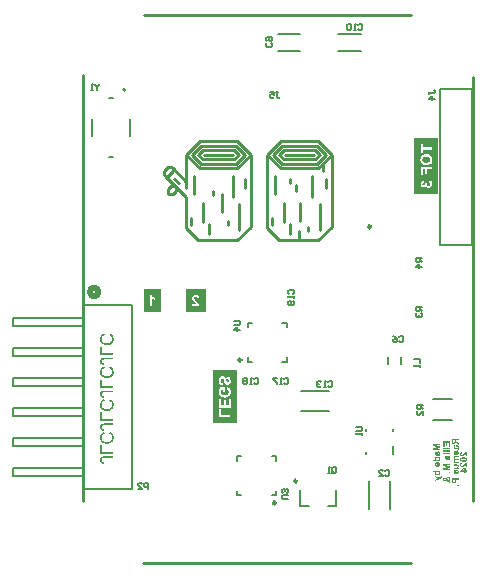
<source format=gbo>
G04*
G04 #@! TF.GenerationSoftware,Altium Limited,Altium Designer,24.9.1 (31)*
G04*
G04 Layer_Color=32896*
%FSLAX44Y44*%
%MOMM*%
G71*
G04*
G04 #@! TF.SameCoordinates,573C6FB0-CD79-483D-94B5-B6DABAD4C9EF*
G04*
G04*
G04 #@! TF.FilePolarity,Positive*
G04*
G01*
G75*
%ADD11C,0.2500*%
%ADD12C,0.5080*%
%ADD13C,0.2000*%
%ADD16C,0.2540*%
%ADD17C,0.1520*%
%ADD82C,0.1500*%
%ADD83C,0.1700*%
%ADD84C,0.1270*%
G36*
X507584Y237302D02*
X505176D01*
Y236927D01*
X505185Y236810D01*
X505193Y236710D01*
X505210Y236627D01*
X505218Y236560D01*
X505235Y236519D01*
X505243Y236494D01*
Y236485D01*
X505276Y236419D01*
X505310Y236352D01*
X505351Y236294D01*
X505384Y236235D01*
X505426Y236194D01*
X505460Y236161D01*
X505476Y236144D01*
X505485Y236136D01*
X505526Y236102D01*
X505568Y236061D01*
X505693Y235969D01*
X505826Y235869D01*
X505976Y235761D01*
X506109Y235669D01*
X506176Y235627D01*
X506226Y235594D01*
X506268Y235561D01*
X506301Y235536D01*
X506326Y235527D01*
X506334Y235519D01*
X507584Y234686D01*
Y233286D01*
X506459Y233994D01*
X506343Y234069D01*
X506226Y234144D01*
X506126Y234211D01*
X506034Y234278D01*
X505951Y234336D01*
X505868Y234386D01*
X505743Y234486D01*
X505643Y234561D01*
X505576Y234611D01*
X505535Y234653D01*
X505526Y234661D01*
X505426Y234753D01*
X505335Y234861D01*
X505260Y234961D01*
X505185Y235061D01*
X505126Y235144D01*
X505085Y235211D01*
X505051Y235261D01*
X505043Y235269D01*
Y235277D01*
X505018Y235136D01*
X504985Y235011D01*
X504951Y234894D01*
X504910Y234778D01*
X504868Y234678D01*
X504826Y234586D01*
X504785Y234494D01*
X504735Y234419D01*
X504693Y234353D01*
X504651Y234294D01*
X504610Y234244D01*
X504576Y234211D01*
X504551Y234178D01*
X504526Y234153D01*
X504518Y234144D01*
X504510Y234136D01*
X504426Y234069D01*
X504343Y234011D01*
X504160Y233911D01*
X503985Y233844D01*
X503810Y233803D01*
X503660Y233769D01*
X503602Y233761D01*
X503543D01*
X503502Y233753D01*
X503460D01*
X503443D01*
X503435D01*
X503252Y233761D01*
X503077Y233794D01*
X502927Y233836D01*
X502794Y233878D01*
X502685Y233928D01*
X502602Y233969D01*
X502577Y233986D01*
X502552Y234003D01*
X502544Y234011D01*
X502535D01*
X502394Y234111D01*
X502277Y234219D01*
X502185Y234328D01*
X502102Y234436D01*
X502052Y234536D01*
X502010Y234611D01*
X501985Y234661D01*
X501977Y234669D01*
Y234678D01*
X501952Y234761D01*
X501927Y234853D01*
X501885Y235061D01*
X501860Y235286D01*
X501835Y235502D01*
Y235611D01*
X501827Y235702D01*
Y235794D01*
X501819Y235869D01*
Y238468D01*
X507584D01*
Y237302D01*
D02*
G37*
G36*
X500516Y231612D02*
X499541D01*
Y234827D01*
X497975D01*
Y231936D01*
X497000D01*
Y234827D01*
X495725D01*
Y231720D01*
X494751D01*
Y235994D01*
X500516D01*
Y231612D01*
D02*
G37*
G36*
X506551Y232953D02*
X506642Y232945D01*
X506818Y232903D01*
X506968Y232845D01*
X507092Y232778D01*
X507192Y232711D01*
X507267Y232653D01*
X507317Y232611D01*
X507326Y232595D01*
X507334D01*
X507451Y232445D01*
X507534Y232278D01*
X507592Y232111D01*
X507634Y231945D01*
X507659Y231803D01*
X507667Y231737D01*
Y231687D01*
X507676Y231637D01*
Y231578D01*
X507667Y231445D01*
X507651Y231312D01*
X507634Y231195D01*
X507609Y231095D01*
X507584Y231012D01*
X507559Y230945D01*
X507551Y230903D01*
X507542Y230887D01*
X507484Y230770D01*
X507426Y230653D01*
X507351Y230554D01*
X507284Y230462D01*
X507226Y230387D01*
X507176Y230329D01*
X507142Y230295D01*
X507134Y230279D01*
X507167Y230270D01*
X507209Y230254D01*
X507242Y230245D01*
X507251Y230237D01*
X507259D01*
X507334Y230212D01*
X507401Y230195D01*
X507459Y230179D01*
X507501Y230162D01*
X507534Y230145D01*
X507567Y230137D01*
X507576Y230129D01*
X507584D01*
Y229037D01*
X507476Y229087D01*
X507376Y229129D01*
X507284Y229162D01*
X507201Y229196D01*
X507134Y229212D01*
X507076Y229229D01*
X507042Y229237D01*
X507034D01*
X506926Y229254D01*
X506792Y229262D01*
X506659Y229279D01*
X506526D01*
X506409Y229287D01*
X506309D01*
X506268D01*
X506243D01*
X506226D01*
X506218D01*
X504926Y229271D01*
X504793D01*
X504676Y229279D01*
X504568Y229287D01*
X504468Y229296D01*
X504376Y229304D01*
X504293Y229321D01*
X504218Y229329D01*
X504160Y229345D01*
X504101Y229362D01*
X504060Y229370D01*
X503985Y229396D01*
X503952Y229412D01*
X503935Y229421D01*
X503843Y229487D01*
X503752Y229562D01*
X503677Y229646D01*
X503610Y229737D01*
X503560Y229812D01*
X503527Y229879D01*
X503502Y229920D01*
X503493Y229929D01*
Y229937D01*
X503460Y230012D01*
X503435Y230087D01*
X503385Y230262D01*
X503352Y230445D01*
X503335Y230620D01*
X503318Y230787D01*
Y230854D01*
X503310Y230912D01*
Y231187D01*
X503327Y231320D01*
X503335Y231453D01*
X503360Y231570D01*
X503377Y231687D01*
X503402Y231787D01*
X503435Y231878D01*
X503460Y231961D01*
X503485Y232028D01*
X503518Y232095D01*
X503543Y232145D01*
X503560Y232195D01*
X503585Y232228D01*
X503593Y232253D01*
X503610Y232262D01*
Y232270D01*
X503735Y232411D01*
X503877Y232528D01*
X504027Y232628D01*
X504168Y232711D01*
X504301Y232770D01*
X504360Y232795D01*
X504410Y232811D01*
X504451Y232828D01*
X504485Y232836D01*
X504501Y232845D01*
X504510D01*
X504693Y231853D01*
X504593Y231812D01*
X504510Y231770D01*
X504435Y231728D01*
X504376Y231678D01*
X504335Y231645D01*
X504310Y231612D01*
X504293Y231595D01*
X504285Y231587D01*
X504243Y231520D01*
X504210Y231445D01*
X504193Y231362D01*
X504176Y231287D01*
X504168Y231220D01*
X504160Y231170D01*
Y231120D01*
X504168Y230970D01*
X504185Y230845D01*
X504202Y230745D01*
X504226Y230662D01*
X504260Y230604D01*
X504277Y230562D01*
X504293Y230537D01*
X504301Y230529D01*
X504360Y230470D01*
X504426Y230429D01*
X504501Y230404D01*
X504576Y230379D01*
X504651Y230370D01*
X504710Y230362D01*
X504743D01*
X504760D01*
X504868D01*
X504893Y230420D01*
X504918Y230495D01*
X504968Y230653D01*
X505010Y230837D01*
X505051Y231012D01*
X505093Y231178D01*
X505110Y231253D01*
X505118Y231320D01*
X505126Y231370D01*
X505135Y231412D01*
X505143Y231437D01*
Y231445D01*
X505185Y231645D01*
X505226Y231828D01*
X505268Y231978D01*
X505310Y232103D01*
X505351Y232203D01*
X505376Y232270D01*
X505393Y232311D01*
X505401Y232328D01*
X505460Y232436D01*
X505526Y232528D01*
X505601Y232611D01*
X505668Y232670D01*
X505726Y232728D01*
X505776Y232761D01*
X505809Y232786D01*
X505826Y232795D01*
X505934Y232853D01*
X506043Y232895D01*
X506143Y232920D01*
X506243Y232936D01*
X506326Y232953D01*
X506393Y232961D01*
X506434D01*
X506451D01*
X506551Y232953D01*
D02*
G37*
G36*
X500516Y229529D02*
X494751D01*
Y230637D01*
X500516D01*
Y229529D01*
D02*
G37*
G36*
X491790Y233136D02*
X487257D01*
X491790Y232003D01*
Y230879D01*
X487257Y229745D01*
X491790Y229737D01*
Y228662D01*
X486025D01*
Y230412D01*
X489965Y231437D01*
X486025Y232470D01*
Y234211D01*
X491790D01*
Y233136D01*
D02*
G37*
G36*
X500516Y227288D02*
X496334D01*
Y228396D01*
X500516D01*
Y227288D01*
D02*
G37*
G36*
X495775D02*
X494751D01*
Y228396D01*
X495775D01*
Y227288D01*
D02*
G37*
G36*
X506601Y228496D02*
X506792Y228404D01*
X506951Y228304D01*
X507084Y228196D01*
X507192Y228096D01*
X507267Y228004D01*
X507301Y227979D01*
X507317Y227954D01*
X507326Y227938D01*
X507334Y227929D01*
X507392Y227829D01*
X507451Y227729D01*
X507534Y227504D01*
X507592Y227279D01*
X507634Y227063D01*
X507651Y226963D01*
X507659Y226871D01*
X507667Y226788D01*
Y226713D01*
X507676Y226655D01*
Y226571D01*
X507667Y226405D01*
X507659Y226246D01*
X507634Y226096D01*
X507609Y225955D01*
X507584Y225830D01*
X507542Y225713D01*
X507509Y225605D01*
X507467Y225513D01*
X507434Y225430D01*
X507392Y225355D01*
X507359Y225297D01*
X507334Y225247D01*
X507301Y225205D01*
X507284Y225180D01*
X507276Y225163D01*
X507267Y225155D01*
X507184Y225072D01*
X507101Y224997D01*
X507018Y224930D01*
X506934Y224872D01*
X506851Y224830D01*
X506768Y224788D01*
X506618Y224730D01*
X506476Y224697D01*
X506418Y224688D01*
X506376Y224680D01*
X506334Y224672D01*
X506301D01*
X506284D01*
X506276D01*
X506093Y224688D01*
X505926Y224730D01*
X505784Y224780D01*
X505668Y224847D01*
X505576Y224913D01*
X505509Y224963D01*
X505476Y225005D01*
X505460Y225022D01*
X505410Y225097D01*
X505351Y225172D01*
X505310Y225263D01*
X505260Y225363D01*
X505176Y225563D01*
X505101Y225772D01*
X505043Y225955D01*
X505026Y226038D01*
X505001Y226113D01*
X504985Y226171D01*
X504976Y226213D01*
X504968Y226246D01*
Y226255D01*
X504926Y226413D01*
X504893Y226555D01*
X504860Y226680D01*
X504826Y226788D01*
X504801Y226888D01*
X504776Y226971D01*
X504751Y227038D01*
X504735Y227104D01*
X504710Y227154D01*
X504693Y227196D01*
X504685Y227229D01*
X504668Y227246D01*
X504660Y227279D01*
X504651Y227288D01*
X504618Y227321D01*
X504585Y227346D01*
X504518Y227379D01*
X504468Y227396D01*
X504460D01*
X504451D01*
X504402Y227388D01*
X504360Y227379D01*
X504285Y227329D01*
X504243Y227288D01*
X504226Y227279D01*
Y227271D01*
X504185Y227188D01*
X504151Y227096D01*
X504135Y226996D01*
X504118Y226888D01*
X504110Y226796D01*
X504101Y226721D01*
Y226646D01*
X504110Y226521D01*
X504118Y226413D01*
X504143Y226321D01*
X504168Y226246D01*
X504193Y226188D01*
X504210Y226146D01*
X504226Y226121D01*
X504235Y226113D01*
X504285Y226046D01*
X504343Y225996D01*
X504402Y225946D01*
X504468Y225913D01*
X504518Y225888D01*
X504560Y225871D01*
X504593Y225855D01*
X504601D01*
X504410Y224813D01*
X504218Y224880D01*
X504052Y224972D01*
X503910Y225063D01*
X503802Y225163D01*
X503710Y225247D01*
X503643Y225322D01*
X503610Y225372D01*
X503593Y225380D01*
Y225388D01*
X503543Y225471D01*
X503502Y225563D01*
X503427Y225763D01*
X503377Y225971D01*
X503343Y226180D01*
X503335Y226280D01*
X503327Y226371D01*
X503318Y226455D01*
X503310Y226521D01*
Y226829D01*
X503327Y226980D01*
X503343Y227121D01*
X503368Y227254D01*
X503393Y227371D01*
X503427Y227479D01*
X503460Y227579D01*
X503493Y227671D01*
X503535Y227746D01*
X503568Y227813D01*
X503602Y227871D01*
X503627Y227913D01*
X503652Y227954D01*
X503668Y227979D01*
X503677Y227988D01*
X503685Y227996D01*
X503752Y228071D01*
X503827Y228137D01*
X503902Y228196D01*
X503985Y228237D01*
X504135Y228321D01*
X504277Y228371D01*
X504402Y228396D01*
X504460Y228404D01*
X504501Y228412D01*
X504543Y228421D01*
X504568D01*
X504585D01*
X504593D01*
X504701Y228412D01*
X504801Y228396D01*
X504901Y228379D01*
X504993Y228346D01*
X505151Y228263D01*
X505285Y228171D01*
X505393Y228088D01*
X505468Y228004D01*
X505501Y227971D01*
X505518Y227954D01*
X505526Y227938D01*
X505535Y227929D01*
X505576Y227854D01*
X505626Y227754D01*
X505676Y227638D01*
X505718Y227513D01*
X505768Y227379D01*
X505809Y227238D01*
X505893Y226946D01*
X505934Y226805D01*
X505968Y226671D01*
X506001Y226555D01*
X506026Y226446D01*
X506043Y226355D01*
X506059Y226288D01*
X506076Y226246D01*
Y226230D01*
X506101Y226130D01*
X506126Y226055D01*
X506151Y225988D01*
X506168Y225938D01*
X506193Y225905D01*
X506201Y225880D01*
X506218Y225863D01*
X506284Y225813D01*
X506351Y225788D01*
X506401Y225780D01*
X506418D01*
X506426D01*
X506493Y225788D01*
X506551Y225805D01*
X506601Y225830D01*
X506642Y225855D01*
X506676Y225880D01*
X506701Y225905D01*
X506717Y225921D01*
X506726Y225930D01*
X506776Y226021D01*
X506809Y226121D01*
X506842Y226230D01*
X506859Y226330D01*
X506867Y226421D01*
X506876Y226505D01*
Y226571D01*
X506867Y226713D01*
X506851Y226829D01*
X506826Y226938D01*
X506792Y227021D01*
X506768Y227088D01*
X506743Y227138D01*
X506726Y227171D01*
X506717Y227179D01*
X506651Y227254D01*
X506568Y227313D01*
X506493Y227363D01*
X506409Y227404D01*
X506334Y227429D01*
X506276Y227446D01*
X506243Y227463D01*
X506226D01*
X506393Y228571D01*
X506601Y228496D01*
D02*
G37*
G36*
X490757Y227779D02*
X490848Y227771D01*
X491023Y227729D01*
X491173Y227671D01*
X491298Y227604D01*
X491398Y227538D01*
X491473Y227479D01*
X491523Y227438D01*
X491531Y227421D01*
X491540D01*
X491656Y227271D01*
X491740Y227104D01*
X491798Y226938D01*
X491840Y226771D01*
X491865Y226630D01*
X491873Y226563D01*
Y226513D01*
X491881Y226463D01*
Y226405D01*
X491873Y226271D01*
X491856Y226138D01*
X491840Y226021D01*
X491815Y225921D01*
X491790Y225838D01*
X491765Y225772D01*
X491756Y225730D01*
X491748Y225713D01*
X491690Y225597D01*
X491631Y225480D01*
X491556Y225380D01*
X491490Y225288D01*
X491432Y225213D01*
X491381Y225155D01*
X491348Y225122D01*
X491340Y225105D01*
X491373Y225097D01*
X491415Y225080D01*
X491448Y225072D01*
X491456Y225063D01*
X491465D01*
X491540Y225038D01*
X491606Y225022D01*
X491665Y225005D01*
X491706Y224988D01*
X491740Y224972D01*
X491773Y224963D01*
X491781Y224955D01*
X491790D01*
Y223864D01*
X491681Y223914D01*
X491581Y223955D01*
X491490Y223989D01*
X491407Y224022D01*
X491340Y224039D01*
X491282Y224055D01*
X491248Y224064D01*
X491240D01*
X491132Y224080D01*
X490998Y224089D01*
X490865Y224105D01*
X490732D01*
X490615Y224114D01*
X490515D01*
X490473D01*
X490448D01*
X490432D01*
X490423D01*
X489132Y224097D01*
X488999D01*
X488882Y224105D01*
X488774Y224114D01*
X488674Y224122D01*
X488582Y224130D01*
X488499Y224147D01*
X488424Y224155D01*
X488366Y224172D01*
X488307Y224188D01*
X488266Y224197D01*
X488191Y224222D01*
X488157Y224238D01*
X488141Y224247D01*
X488049Y224314D01*
X487957Y224389D01*
X487882Y224472D01*
X487816Y224563D01*
X487766Y224638D01*
X487732Y224705D01*
X487707Y224747D01*
X487699Y224755D01*
Y224763D01*
X487666Y224838D01*
X487641Y224913D01*
X487591Y225088D01*
X487557Y225272D01*
X487541Y225446D01*
X487524Y225613D01*
Y225680D01*
X487516Y225738D01*
Y226013D01*
X487533Y226146D01*
X487541Y226280D01*
X487566Y226396D01*
X487582Y226513D01*
X487607Y226613D01*
X487641Y226705D01*
X487666Y226788D01*
X487691Y226854D01*
X487724Y226921D01*
X487749Y226971D01*
X487766Y227021D01*
X487791Y227055D01*
X487799Y227080D01*
X487816Y227088D01*
Y227096D01*
X487941Y227238D01*
X488082Y227354D01*
X488232Y227454D01*
X488374Y227538D01*
X488507Y227596D01*
X488565Y227621D01*
X488615Y227638D01*
X488657Y227654D01*
X488690Y227663D01*
X488707Y227671D01*
X488716D01*
X488899Y226680D01*
X488799Y226638D01*
X488716Y226596D01*
X488641Y226555D01*
X488582Y226505D01*
X488540Y226471D01*
X488516Y226438D01*
X488499Y226421D01*
X488490Y226413D01*
X488449Y226346D01*
X488416Y226271D01*
X488399Y226188D01*
X488382Y226113D01*
X488374Y226046D01*
X488366Y225996D01*
Y225946D01*
X488374Y225796D01*
X488391Y225672D01*
X488407Y225571D01*
X488432Y225488D01*
X488465Y225430D01*
X488482Y225388D01*
X488499Y225363D01*
X488507Y225355D01*
X488565Y225297D01*
X488632Y225255D01*
X488707Y225230D01*
X488782Y225205D01*
X488857Y225197D01*
X488915Y225188D01*
X488949D01*
X488965D01*
X489074D01*
X489099Y225247D01*
X489124Y225322D01*
X489174Y225480D01*
X489215Y225663D01*
X489257Y225838D01*
X489299Y226005D01*
X489315Y226080D01*
X489324Y226146D01*
X489332Y226196D01*
X489340Y226238D01*
X489349Y226263D01*
Y226271D01*
X489390Y226471D01*
X489432Y226655D01*
X489474Y226805D01*
X489515Y226929D01*
X489557Y227029D01*
X489582Y227096D01*
X489599Y227138D01*
X489607Y227154D01*
X489665Y227263D01*
X489732Y227354D01*
X489807Y227438D01*
X489874Y227496D01*
X489932Y227554D01*
X489982Y227588D01*
X490015Y227613D01*
X490032Y227621D01*
X490140Y227679D01*
X490248Y227721D01*
X490348Y227746D01*
X490448Y227763D01*
X490532Y227779D01*
X490598Y227788D01*
X490640D01*
X490657D01*
X490757Y227779D01*
D02*
G37*
G36*
X500516Y225047D02*
X496334D01*
Y226155D01*
X500516D01*
Y225047D01*
D02*
G37*
G36*
X495775D02*
X494751D01*
Y226155D01*
X495775D01*
Y225047D01*
D02*
G37*
G36*
X514627Y223339D02*
X513602D01*
Y225538D01*
X513494Y225471D01*
X513402Y225397D01*
X513361Y225363D01*
X513327Y225338D01*
X513311Y225322D01*
X513302Y225313D01*
X513269Y225280D01*
X513228Y225247D01*
X513136Y225147D01*
X513028Y225038D01*
X512919Y224930D01*
X512819Y224822D01*
X512736Y224730D01*
X512703Y224697D01*
X512678Y224672D01*
X512669Y224655D01*
X512661Y224647D01*
X512486Y224464D01*
X512344Y224314D01*
X512211Y224188D01*
X512111Y224089D01*
X512028Y224014D01*
X511969Y223964D01*
X511928Y223930D01*
X511920Y223922D01*
X511778Y223814D01*
X511645Y223722D01*
X511520Y223647D01*
X511411Y223589D01*
X511320Y223539D01*
X511245Y223505D01*
X511203Y223489D01*
X511186Y223480D01*
X511053Y223430D01*
X510920Y223397D01*
X510795Y223372D01*
X510678Y223355D01*
X510587Y223347D01*
X510512Y223339D01*
X510462D01*
X510445D01*
X510320Y223347D01*
X510195Y223364D01*
X510078Y223380D01*
X509970Y223414D01*
X509778Y223497D01*
X509612Y223580D01*
X509537Y223630D01*
X509478Y223672D01*
X509420Y223714D01*
X509379Y223755D01*
X509345Y223789D01*
X509312Y223805D01*
X509304Y223822D01*
X509295Y223830D01*
X509212Y223922D01*
X509137Y224030D01*
X509079Y224130D01*
X509029Y224247D01*
X508945Y224464D01*
X508887Y224680D01*
X508870Y224780D01*
X508854Y224872D01*
X508845Y224955D01*
X508837Y225030D01*
X508829Y225088D01*
Y225172D01*
X508837Y225313D01*
X508845Y225446D01*
X508887Y225705D01*
X508954Y225921D01*
X508987Y226021D01*
X509029Y226113D01*
X509062Y226196D01*
X509104Y226263D01*
X509137Y226330D01*
X509162Y226380D01*
X509195Y226421D01*
X509212Y226446D01*
X509220Y226463D01*
X509229Y226471D01*
X509312Y226563D01*
X509395Y226646D01*
X509495Y226721D01*
X509604Y226788D01*
X509820Y226888D01*
X510028Y226971D01*
X510137Y226996D01*
X510228Y227021D01*
X510312Y227046D01*
X510387Y227055D01*
X510453Y227071D01*
X510495D01*
X510528Y227080D01*
X510536D01*
X510645Y225980D01*
X510478Y225963D01*
X510337Y225930D01*
X510212Y225896D01*
X510120Y225855D01*
X510045Y225821D01*
X509995Y225788D01*
X509962Y225763D01*
X509953Y225755D01*
X509887Y225672D01*
X509837Y225580D01*
X509795Y225488D01*
X509770Y225397D01*
X509753Y225322D01*
X509745Y225255D01*
Y225197D01*
X509753Y225072D01*
X509778Y224963D01*
X509812Y224872D01*
X509845Y224788D01*
X509878Y224730D01*
X509912Y224680D01*
X509937Y224655D01*
X509945Y224647D01*
X510028Y224580D01*
X510120Y224530D01*
X510212Y224497D01*
X510303Y224472D01*
X510387Y224455D01*
X510462Y224447D01*
X510503D01*
X510512D01*
X510520D01*
X510645Y224455D01*
X510761Y224480D01*
X510878Y224522D01*
X510978Y224563D01*
X511070Y224605D01*
X511136Y224647D01*
X511178Y224672D01*
X511195Y224680D01*
X511245Y224713D01*
X511303Y224763D01*
X511378Y224830D01*
X511445Y224897D01*
X511603Y225047D01*
X511761Y225197D01*
X511911Y225347D01*
X511978Y225413D01*
X512028Y225480D01*
X512078Y225530D01*
X512111Y225563D01*
X512136Y225588D01*
X512145Y225597D01*
X512303Y225763D01*
X512453Y225913D01*
X512594Y226055D01*
X512719Y226180D01*
X512844Y226296D01*
X512961Y226396D01*
X513061Y226488D01*
X513161Y226563D01*
X513244Y226630D01*
X513319Y226688D01*
X513377Y226738D01*
X513436Y226771D01*
X513469Y226805D01*
X513503Y226821D01*
X513519Y226838D01*
X513527D01*
X513719Y226946D01*
X513919Y227029D01*
X514102Y227096D01*
X514269Y227146D01*
X514419Y227179D01*
X514477Y227188D01*
X514527Y227196D01*
X514569Y227204D01*
X514602Y227213D01*
X514619D01*
X514627D01*
Y223339D01*
D02*
G37*
G36*
X499533Y224222D02*
X499724Y224130D01*
X499883Y224030D01*
X500016Y223922D01*
X500124Y223822D01*
X500199Y223730D01*
X500233Y223705D01*
X500249Y223680D01*
X500257Y223664D01*
X500266Y223655D01*
X500324Y223555D01*
X500382Y223455D01*
X500466Y223230D01*
X500524Y223006D01*
X500566Y222789D01*
X500582Y222689D01*
X500591Y222597D01*
X500599Y222514D01*
Y222439D01*
X500607Y222381D01*
Y222297D01*
X500599Y222131D01*
X500591Y221972D01*
X500566Y221822D01*
X500541Y221681D01*
X500516Y221556D01*
X500474Y221439D01*
X500441Y221331D01*
X500399Y221239D01*
X500366Y221156D01*
X500324Y221081D01*
X500291Y221023D01*
X500266Y220973D01*
X500233Y220931D01*
X500216Y220906D01*
X500207Y220889D01*
X500199Y220881D01*
X500116Y220798D01*
X500033Y220723D01*
X499949Y220656D01*
X499866Y220598D01*
X499783Y220556D01*
X499699Y220515D01*
X499549Y220456D01*
X499408Y220423D01*
X499349Y220415D01*
X499308Y220406D01*
X499266Y220398D01*
X499233D01*
X499216D01*
X499208D01*
X499025Y220415D01*
X498858Y220456D01*
X498716Y220506D01*
X498600Y220573D01*
X498508Y220639D01*
X498441Y220689D01*
X498408Y220731D01*
X498391Y220748D01*
X498341Y220823D01*
X498283Y220898D01*
X498241Y220989D01*
X498191Y221089D01*
X498108Y221289D01*
X498033Y221498D01*
X497975Y221681D01*
X497958Y221764D01*
X497933Y221839D01*
X497916Y221897D01*
X497908Y221939D01*
X497900Y221972D01*
Y221981D01*
X497858Y222139D01*
X497825Y222281D01*
X497791Y222406D01*
X497758Y222514D01*
X497733Y222614D01*
X497708Y222697D01*
X497683Y222764D01*
X497667Y222831D01*
X497641Y222880D01*
X497625Y222922D01*
X497617Y222955D01*
X497600Y222972D01*
X497592Y223006D01*
X497583Y223014D01*
X497550Y223047D01*
X497517Y223072D01*
X497450Y223106D01*
X497400Y223122D01*
X497392D01*
X497383D01*
X497333Y223114D01*
X497292Y223106D01*
X497217Y223055D01*
X497175Y223014D01*
X497158Y223006D01*
Y222997D01*
X497117Y222914D01*
X497083Y222822D01*
X497067Y222722D01*
X497050Y222614D01*
X497042Y222522D01*
X497033Y222447D01*
Y222372D01*
X497042Y222247D01*
X497050Y222139D01*
X497075Y222047D01*
X497100Y221972D01*
X497125Y221914D01*
X497142Y221873D01*
X497158Y221847D01*
X497167Y221839D01*
X497217Y221772D01*
X497275Y221723D01*
X497333Y221672D01*
X497400Y221639D01*
X497450Y221614D01*
X497492Y221597D01*
X497525Y221581D01*
X497533D01*
X497342Y220539D01*
X497150Y220606D01*
X496983Y220698D01*
X496842Y220789D01*
X496733Y220889D01*
X496642Y220973D01*
X496575Y221048D01*
X496542Y221098D01*
X496525Y221106D01*
Y221114D01*
X496475Y221198D01*
X496433Y221289D01*
X496358Y221489D01*
X496309Y221698D01*
X496275Y221906D01*
X496267Y222006D01*
X496259Y222097D01*
X496250Y222181D01*
X496242Y222247D01*
Y222556D01*
X496259Y222706D01*
X496275Y222847D01*
X496300Y222980D01*
X496325Y223097D01*
X496358Y223205D01*
X496392Y223305D01*
X496425Y223397D01*
X496467Y223472D01*
X496500Y223539D01*
X496534Y223597D01*
X496558Y223639D01*
X496584Y223680D01*
X496600Y223705D01*
X496609Y223714D01*
X496617Y223722D01*
X496683Y223797D01*
X496758Y223864D01*
X496833Y223922D01*
X496917Y223964D01*
X497067Y224047D01*
X497208Y224097D01*
X497333Y224122D01*
X497392Y224130D01*
X497433Y224139D01*
X497475Y224147D01*
X497500D01*
X497517D01*
X497525D01*
X497633Y224139D01*
X497733Y224122D01*
X497833Y224105D01*
X497925Y224072D01*
X498083Y223989D01*
X498216Y223897D01*
X498325Y223814D01*
X498400Y223730D01*
X498433Y223697D01*
X498450Y223680D01*
X498458Y223664D01*
X498466Y223655D01*
X498508Y223580D01*
X498558Y223480D01*
X498608Y223364D01*
X498650Y223239D01*
X498700Y223106D01*
X498741Y222964D01*
X498825Y222672D01*
X498866Y222531D01*
X498899Y222397D01*
X498933Y222281D01*
X498958Y222172D01*
X498974Y222081D01*
X498991Y222014D01*
X499008Y221972D01*
Y221956D01*
X499033Y221856D01*
X499058Y221781D01*
X499083Y221714D01*
X499100Y221664D01*
X499124Y221631D01*
X499133Y221606D01*
X499150Y221589D01*
X499216Y221539D01*
X499283Y221514D01*
X499333Y221506D01*
X499349D01*
X499358D01*
X499424Y221514D01*
X499483Y221531D01*
X499533Y221556D01*
X499574Y221581D01*
X499608Y221606D01*
X499633Y221631D01*
X499649Y221647D01*
X499658Y221656D01*
X499708Y221747D01*
X499741Y221847D01*
X499774Y221956D01*
X499791Y222056D01*
X499799Y222147D01*
X499808Y222231D01*
Y222297D01*
X499799Y222439D01*
X499783Y222556D01*
X499758Y222664D01*
X499724Y222747D01*
X499699Y222814D01*
X499674Y222864D01*
X499658Y222897D01*
X499649Y222906D01*
X499583Y222980D01*
X499499Y223039D01*
X499424Y223089D01*
X499341Y223130D01*
X499266Y223155D01*
X499208Y223172D01*
X499174Y223189D01*
X499158D01*
X499324Y224297D01*
X499533Y224222D01*
D02*
G37*
G36*
X489882Y223247D02*
X490057Y223230D01*
X490223Y223205D01*
X490382Y223172D01*
X490523Y223139D01*
X490657Y223097D01*
X490773Y223047D01*
X490882Y222997D01*
X490982Y222955D01*
X491065Y222906D01*
X491140Y222864D01*
X491198Y222822D01*
X491248Y222797D01*
X491282Y222772D01*
X491298Y222756D01*
X491306Y222747D01*
X491407Y222647D01*
X491498Y222547D01*
X491573Y222439D01*
X491640Y222339D01*
X491698Y222231D01*
X491740Y222131D01*
X491781Y222031D01*
X491806Y221939D01*
X491831Y221847D01*
X491848Y221764D01*
X491865Y221698D01*
X491873Y221631D01*
X491881Y221581D01*
Y221514D01*
X491873Y221381D01*
X491856Y221256D01*
X491831Y221131D01*
X491798Y221023D01*
X491765Y220939D01*
X491740Y220864D01*
X491723Y220823D01*
X491715Y220806D01*
X491640Y220681D01*
X491556Y220564D01*
X491465Y220456D01*
X491381Y220373D01*
X491306Y220298D01*
X491240Y220240D01*
X491198Y220206D01*
X491181Y220198D01*
X491790D01*
Y219173D01*
X486025D01*
Y220281D01*
X488099D01*
X487999Y220381D01*
X487907Y220481D01*
X487832Y220581D01*
X487757Y220689D01*
X487707Y220789D01*
X487657Y220889D01*
X487616Y220989D01*
X487591Y221081D01*
X487566Y221173D01*
X487549Y221248D01*
X487533Y221323D01*
X487524Y221381D01*
X487516Y221431D01*
Y221498D01*
X487524Y221639D01*
X487541Y221772D01*
X487566Y221897D01*
X487599Y222022D01*
X487691Y222231D01*
X487741Y222331D01*
X487791Y222414D01*
X487849Y222497D01*
X487899Y222564D01*
X487941Y222622D01*
X487982Y222672D01*
X488024Y222714D01*
X488049Y222739D01*
X488066Y222756D01*
X488074Y222764D01*
X488182Y222847D01*
X488299Y222922D01*
X488424Y222989D01*
X488557Y223047D01*
X488690Y223097D01*
X488824Y223139D01*
X489090Y223197D01*
X489207Y223214D01*
X489324Y223230D01*
X489424Y223239D01*
X489515Y223247D01*
X489590Y223255D01*
X489640D01*
X489682D01*
X489690D01*
X489882Y223247D01*
D02*
G37*
G36*
X512078Y222581D02*
X512353Y222564D01*
X512611Y222539D01*
X512844Y222506D01*
X513053Y222472D01*
X513244Y222431D01*
X513411Y222381D01*
X513561Y222331D01*
X513686Y222289D01*
X513802Y222239D01*
X513894Y222197D01*
X513969Y222156D01*
X514019Y222131D01*
X514061Y222106D01*
X514086Y222089D01*
X514094Y222081D01*
X514211Y221981D01*
X514302Y221873D01*
X514394Y221764D01*
X514460Y221647D01*
X514527Y221539D01*
X514577Y221423D01*
X514619Y221314D01*
X514652Y221206D01*
X514686Y221106D01*
X514702Y221014D01*
X514719Y220931D01*
X514727Y220864D01*
Y220806D01*
X514735Y220756D01*
Y220723D01*
X514727Y220573D01*
X514711Y220431D01*
X514677Y220289D01*
X514644Y220165D01*
X514602Y220048D01*
X514552Y219940D01*
X514494Y219848D01*
X514436Y219756D01*
X514386Y219681D01*
X514327Y219606D01*
X514277Y219548D01*
X514236Y219498D01*
X514202Y219465D01*
X514169Y219440D01*
X514152Y219423D01*
X514144Y219415D01*
X514002Y219315D01*
X513836Y219231D01*
X513661Y219148D01*
X513469Y219090D01*
X513278Y219032D01*
X513086Y218990D01*
X512886Y218948D01*
X512694Y218915D01*
X512511Y218898D01*
X512344Y218882D01*
X512186Y218865D01*
X512053Y218857D01*
X511945Y218848D01*
X511861D01*
X511828D01*
X511803D01*
X511795D01*
X511786D01*
X511486Y218857D01*
X511211Y218873D01*
X510961Y218898D01*
X510728Y218940D01*
X510512Y218981D01*
X510320Y219023D01*
X510145Y219081D01*
X509995Y219132D01*
X509853Y219181D01*
X509745Y219231D01*
X509645Y219282D01*
X509562Y219323D01*
X509504Y219365D01*
X509462Y219390D01*
X509437Y219406D01*
X509428Y219415D01*
X509320Y219506D01*
X509229Y219606D01*
X509154Y219715D01*
X509079Y219823D01*
X509020Y219931D01*
X508979Y220040D01*
X508937Y220140D01*
X508904Y220248D01*
X508879Y220348D01*
X508862Y220431D01*
X508845Y220515D01*
X508837Y220581D01*
X508829Y220639D01*
Y220723D01*
X508837Y220873D01*
X508854Y221014D01*
X508887Y221156D01*
X508920Y221281D01*
X508970Y221398D01*
X509020Y221506D01*
X509070Y221597D01*
X509129Y221689D01*
X509187Y221764D01*
X509237Y221839D01*
X509287Y221897D01*
X509337Y221939D01*
X509370Y221981D01*
X509403Y222006D01*
X509420Y222022D01*
X509428Y222031D01*
X509570Y222131D01*
X509737Y222214D01*
X509912Y222289D01*
X510095Y222356D01*
X510287Y222406D01*
X510487Y222456D01*
X510678Y222489D01*
X510870Y222522D01*
X511053Y222539D01*
X511220Y222556D01*
X511378Y222572D01*
X511511Y222581D01*
X511620Y222589D01*
X511703D01*
X511736D01*
X511761D01*
X511770D01*
X511778D01*
X512078Y222581D01*
D02*
G37*
G36*
X507584Y222672D02*
X505560D01*
X505351D01*
X505168Y222656D01*
X505026Y222647D01*
X504901Y222631D01*
X504818Y222614D01*
X504751Y222606D01*
X504710Y222589D01*
X504701D01*
X504610Y222547D01*
X504526Y222506D01*
X504460Y222456D01*
X504402Y222406D01*
X504360Y222364D01*
X504327Y222331D01*
X504310Y222306D01*
X504301Y222297D01*
X504252Y222214D01*
X504218Y222139D01*
X504193Y222064D01*
X504176Y221989D01*
X504168Y221931D01*
X504160Y221881D01*
Y221764D01*
X504176Y221698D01*
X504185Y221639D01*
X504202Y221589D01*
X504218Y221556D01*
X504235Y221531D01*
X504243Y221514D01*
X504252Y221506D01*
X504285Y221464D01*
X504327Y221423D01*
X504418Y221364D01*
X504451Y221348D01*
X504485Y221331D01*
X504510Y221323D01*
X504518D01*
X504551Y221314D01*
X504601Y221298D01*
X504718Y221281D01*
X504843Y221273D01*
X504976Y221264D01*
X505101Y221256D01*
X505201D01*
X505243D01*
X505276D01*
X505293D01*
X505301D01*
X507584D01*
Y220148D01*
X505584D01*
X505376D01*
X505201Y220131D01*
X505051Y220123D01*
X504926Y220106D01*
X504835Y220090D01*
X504768Y220081D01*
X504735Y220065D01*
X504718D01*
X504618Y220023D01*
X504535Y219981D01*
X504468Y219931D01*
X504410Y219881D01*
X504360Y219840D01*
X504327Y219806D01*
X504310Y219781D01*
X504301Y219773D01*
X504252Y219698D01*
X504218Y219615D01*
X504193Y219540D01*
X504176Y219473D01*
X504168Y219415D01*
X504160Y219373D01*
Y219331D01*
X504168Y219223D01*
X504193Y219123D01*
X504235Y219040D01*
X504277Y218973D01*
X504327Y218923D01*
X504360Y218890D01*
X504393Y218865D01*
X504402Y218857D01*
X504443Y218840D01*
X504485Y218815D01*
X504601Y218790D01*
X504735Y218765D01*
X504868Y218757D01*
X504993Y218748D01*
X505101Y218740D01*
X505143D01*
X505176D01*
X505193D01*
X505201D01*
X507584D01*
Y217632D01*
X504918D01*
X504710Y217640D01*
X504526Y217649D01*
X504376Y217665D01*
X504260Y217690D01*
X504168Y217715D01*
X504101Y217732D01*
X504060Y217740D01*
X504052Y217749D01*
X503918Y217815D01*
X503810Y217890D01*
X503718Y217973D01*
X503635Y218048D01*
X503577Y218123D01*
X503535Y218182D01*
X503510Y218215D01*
X503502Y218232D01*
X503435Y218357D01*
X503393Y218490D01*
X503360Y218615D01*
X503335Y218740D01*
X503318Y218848D01*
X503310Y218932D01*
Y219007D01*
X503318Y219140D01*
X503335Y219265D01*
X503360Y219381D01*
X503393Y219481D01*
X503427Y219565D01*
X503452Y219631D01*
X503468Y219673D01*
X503477Y219690D01*
X503543Y219806D01*
X503627Y219915D01*
X503710Y220015D01*
X503793Y220106D01*
X503868Y220181D01*
X503927Y220231D01*
X503968Y220264D01*
X503985Y220281D01*
X503868Y220356D01*
X503760Y220439D01*
X503677Y220523D01*
X503602Y220598D01*
X503543Y220664D01*
X503510Y220723D01*
X503485Y220756D01*
X503477Y220773D01*
X503418Y220889D01*
X503377Y221006D01*
X503352Y221123D01*
X503327Y221231D01*
X503318Y221323D01*
X503310Y221398D01*
Y221464D01*
X503318Y221606D01*
X503335Y221739D01*
X503368Y221864D01*
X503410Y221989D01*
X503518Y222206D01*
X503585Y222306D01*
X503643Y222397D01*
X503702Y222481D01*
X503768Y222556D01*
X503818Y222614D01*
X503868Y222664D01*
X503918Y222706D01*
X503952Y222739D01*
X503968Y222756D01*
X503977Y222764D01*
X503402D01*
Y223780D01*
X507584D01*
Y222672D01*
D02*
G37*
G36*
X514627Y214374D02*
X513602D01*
Y216574D01*
X513494Y216507D01*
X513402Y216432D01*
X513361Y216399D01*
X513327Y216374D01*
X513311Y216357D01*
X513302Y216349D01*
X513269Y216315D01*
X513228Y216282D01*
X513136Y216182D01*
X513028Y216074D01*
X512919Y215966D01*
X512819Y215857D01*
X512736Y215766D01*
X512703Y215732D01*
X512678Y215707D01*
X512669Y215691D01*
X512661Y215682D01*
X512486Y215499D01*
X512344Y215349D01*
X512211Y215224D01*
X512111Y215124D01*
X512028Y215049D01*
X511969Y214999D01*
X511928Y214966D01*
X511920Y214958D01*
X511778Y214849D01*
X511645Y214758D01*
X511520Y214683D01*
X511411Y214624D01*
X511320Y214574D01*
X511245Y214541D01*
X511203Y214524D01*
X511186Y214516D01*
X511053Y214466D01*
X510920Y214433D01*
X510795Y214408D01*
X510678Y214391D01*
X510587Y214383D01*
X510512Y214374D01*
X510462D01*
X510445D01*
X510320Y214383D01*
X510195Y214399D01*
X510078Y214416D01*
X509970Y214449D01*
X509778Y214533D01*
X509612Y214616D01*
X509537Y214666D01*
X509478Y214708D01*
X509420Y214749D01*
X509379Y214791D01*
X509345Y214824D01*
X509312Y214841D01*
X509304Y214858D01*
X509295Y214866D01*
X509212Y214958D01*
X509137Y215066D01*
X509079Y215166D01*
X509029Y215282D01*
X508945Y215499D01*
X508887Y215716D01*
X508870Y215816D01*
X508854Y215907D01*
X508845Y215991D01*
X508837Y216066D01*
X508829Y216124D01*
Y216207D01*
X508837Y216349D01*
X508845Y216482D01*
X508887Y216740D01*
X508954Y216957D01*
X508987Y217057D01*
X509029Y217149D01*
X509062Y217232D01*
X509104Y217299D01*
X509137Y217365D01*
X509162Y217415D01*
X509195Y217457D01*
X509212Y217482D01*
X509220Y217499D01*
X509229Y217507D01*
X509312Y217598D01*
X509395Y217682D01*
X509495Y217757D01*
X509604Y217824D01*
X509820Y217924D01*
X510028Y218007D01*
X510137Y218032D01*
X510228Y218057D01*
X510312Y218082D01*
X510387Y218090D01*
X510453Y218107D01*
X510495D01*
X510528Y218115D01*
X510536D01*
X510645Y217015D01*
X510478Y216999D01*
X510337Y216965D01*
X510212Y216932D01*
X510120Y216890D01*
X510045Y216857D01*
X509995Y216824D01*
X509962Y216799D01*
X509953Y216790D01*
X509887Y216707D01*
X509837Y216616D01*
X509795Y216524D01*
X509770Y216432D01*
X509753Y216357D01*
X509745Y216291D01*
Y216232D01*
X509753Y216107D01*
X509778Y215999D01*
X509812Y215907D01*
X509845Y215824D01*
X509878Y215766D01*
X509912Y215716D01*
X509937Y215691D01*
X509945Y215682D01*
X510028Y215616D01*
X510120Y215566D01*
X510212Y215532D01*
X510303Y215507D01*
X510387Y215491D01*
X510462Y215482D01*
X510503D01*
X510512D01*
X510520D01*
X510645Y215491D01*
X510761Y215516D01*
X510878Y215557D01*
X510978Y215599D01*
X511070Y215641D01*
X511136Y215682D01*
X511178Y215707D01*
X511195Y215716D01*
X511245Y215749D01*
X511303Y215799D01*
X511378Y215866D01*
X511445Y215932D01*
X511603Y216082D01*
X511761Y216232D01*
X511911Y216382D01*
X511978Y216449D01*
X512028Y216516D01*
X512078Y216565D01*
X512111Y216599D01*
X512136Y216624D01*
X512145Y216632D01*
X512303Y216799D01*
X512453Y216949D01*
X512594Y217090D01*
X512719Y217215D01*
X512844Y217332D01*
X512961Y217432D01*
X513061Y217524D01*
X513161Y217598D01*
X513244Y217665D01*
X513319Y217724D01*
X513377Y217773D01*
X513436Y217807D01*
X513469Y217840D01*
X513503Y217857D01*
X513519Y217873D01*
X513527D01*
X513719Y217982D01*
X513919Y218065D01*
X514102Y218132D01*
X514269Y218182D01*
X514419Y218215D01*
X514477Y218223D01*
X514527Y218232D01*
X514569Y218240D01*
X514602Y218248D01*
X514619D01*
X514627D01*
Y214374D01*
D02*
G37*
G36*
X489890Y218398D02*
X490048Y218390D01*
X490190Y218365D01*
X490323Y218340D01*
X490457Y218315D01*
X490573Y218273D01*
X490682Y218240D01*
X490782Y218198D01*
X490873Y218165D01*
X490948Y218123D01*
X491015Y218090D01*
X491073Y218065D01*
X491115Y218032D01*
X491148Y218015D01*
X491165Y218007D01*
X491173Y217998D01*
X491298Y217890D01*
X491407Y217782D01*
X491498Y217657D01*
X491581Y217524D01*
X491648Y217390D01*
X491706Y217257D01*
X491756Y217124D01*
X491790Y216990D01*
X491823Y216874D01*
X491840Y216757D01*
X491856Y216649D01*
X491873Y216557D01*
Y216482D01*
X491881Y216432D01*
Y216382D01*
X491865Y216141D01*
X491831Y215916D01*
X491781Y215724D01*
X491723Y215557D01*
X491690Y215482D01*
X491665Y215424D01*
X491640Y215366D01*
X491615Y215324D01*
X491590Y215291D01*
X491581Y215257D01*
X491565Y215249D01*
Y215241D01*
X491432Y215082D01*
X491290Y214941D01*
X491132Y214824D01*
X490982Y214733D01*
X490848Y214658D01*
X490790Y214633D01*
X490740Y214608D01*
X490698Y214591D01*
X490665Y214574D01*
X490648Y214566D01*
X490640D01*
X490457Y215666D01*
X490565Y215707D01*
X490665Y215749D01*
X490740Y215791D01*
X490807Y215841D01*
X490857Y215874D01*
X490890Y215907D01*
X490907Y215932D01*
X490915Y215941D01*
X490965Y216007D01*
X490998Y216082D01*
X491023Y216157D01*
X491040Y216224D01*
X491048Y216282D01*
X491057Y216332D01*
Y216374D01*
X491048Y216507D01*
X491015Y216632D01*
X490973Y216749D01*
X490923Y216840D01*
X490873Y216915D01*
X490832Y216965D01*
X490798Y217007D01*
X490790Y217015D01*
X490682Y217099D01*
X490557Y217157D01*
X490423Y217207D01*
X490307Y217240D01*
X490190Y217257D01*
X490107Y217265D01*
X490074Y217274D01*
X490048D01*
X490032D01*
X490023D01*
Y214508D01*
X489790D01*
X489582Y214524D01*
X489382Y214549D01*
X489199Y214583D01*
X489024Y214624D01*
X488874Y214666D01*
X488732Y214716D01*
X488607Y214766D01*
X488499Y214816D01*
X488399Y214866D01*
X488324Y214908D01*
X488257Y214949D01*
X488207Y214983D01*
X488166Y215007D01*
X488149Y215024D01*
X488141Y215033D01*
X488032Y215133D01*
X487932Y215249D01*
X487849Y215366D01*
X487782Y215482D01*
X487716Y215607D01*
X487666Y215732D01*
X487624Y215849D01*
X487591Y215966D01*
X487566Y216074D01*
X487549Y216174D01*
X487533Y216266D01*
X487524Y216341D01*
X487516Y216407D01*
Y216499D01*
X487524Y216649D01*
X487541Y216790D01*
X487574Y216932D01*
X487607Y217057D01*
X487649Y217182D01*
X487699Y217290D01*
X487757Y217399D01*
X487807Y217490D01*
X487866Y217574D01*
X487924Y217649D01*
X487974Y217715D01*
X488016Y217765D01*
X488049Y217807D01*
X488082Y217840D01*
X488099Y217857D01*
X488107Y217865D01*
X488224Y217957D01*
X488349Y218040D01*
X488474Y218115D01*
X488607Y218182D01*
X488749Y218232D01*
X488882Y218273D01*
X489140Y218340D01*
X489265Y218365D01*
X489374Y218382D01*
X489474Y218390D01*
X489557Y218398D01*
X489632Y218407D01*
X489690D01*
X489724D01*
X489732D01*
X489890Y218398D01*
D02*
G37*
G36*
X506259Y216549D02*
X506443Y216532D01*
X506601Y216507D01*
X506734Y216482D01*
X506842Y216457D01*
X506917Y216432D01*
X506959Y216416D01*
X506976Y216407D01*
X507092Y216341D01*
X507201Y216266D01*
X507284Y216191D01*
X507359Y216107D01*
X507417Y216041D01*
X507459Y215974D01*
X507484Y215941D01*
X507492Y215924D01*
X507551Y215799D01*
X507601Y215666D01*
X507634Y215541D01*
X507651Y215416D01*
X507667Y215316D01*
X507676Y215241D01*
Y215166D01*
X507667Y215016D01*
X507651Y214874D01*
X507617Y214741D01*
X507584Y214624D01*
X507551Y214524D01*
X507517Y214449D01*
X507501Y214399D01*
X507492Y214383D01*
X507417Y214249D01*
X507326Y214133D01*
X507242Y214025D01*
X507151Y213941D01*
X507076Y213866D01*
X507018Y213816D01*
X506976Y213783D01*
X506959Y213775D01*
X507584D01*
Y212750D01*
X503402D01*
Y213858D01*
X505168D01*
X505326D01*
X505468D01*
X505601Y213866D01*
X505718Y213874D01*
X505826D01*
X505918Y213883D01*
X505993Y213891D01*
X506068Y213899D01*
X506126Y213908D01*
X506168Y213916D01*
X506209Y213925D01*
X506243D01*
X506284Y213941D01*
X506293D01*
X506376Y213974D01*
X506451Y214025D01*
X506509Y214074D01*
X506568Y214124D01*
X506618Y214174D01*
X506651Y214216D01*
X506668Y214241D01*
X506676Y214249D01*
X506726Y214333D01*
X506759Y214424D01*
X506792Y214508D01*
X506809Y214591D01*
X506818Y214658D01*
X506826Y214708D01*
Y214758D01*
X506818Y214849D01*
X506809Y214924D01*
X506792Y214999D01*
X506768Y215058D01*
X506751Y215107D01*
X506734Y215141D01*
X506726Y215166D01*
X506717Y215174D01*
X506668Y215233D01*
X506618Y215274D01*
X506568Y215316D01*
X506518Y215341D01*
X506468Y215366D01*
X506434Y215382D01*
X506409Y215391D01*
X506401D01*
X506359Y215399D01*
X506301Y215407D01*
X506226Y215416D01*
X506151Y215424D01*
X505976Y215432D01*
X505784Y215441D01*
X505610Y215449D01*
X505535D01*
X505468D01*
X505410D01*
X505368D01*
X505335D01*
X505326D01*
X503402D01*
Y216557D01*
X506051D01*
X506259Y216549D01*
D02*
G37*
G36*
X500516Y216116D02*
X495984D01*
X500516Y214983D01*
Y213858D01*
X495984Y212725D01*
X500516Y212717D01*
Y211642D01*
X494751D01*
Y213391D01*
X498691Y214416D01*
X494751Y215449D01*
Y217190D01*
X500516D01*
Y216116D01*
D02*
G37*
G36*
X513469Y211450D02*
X514627D01*
Y210384D01*
X513469D01*
Y209667D01*
X512503D01*
Y210384D01*
X508837D01*
Y211317D01*
X512511Y213816D01*
X513469D01*
Y211450D01*
D02*
G37*
G36*
X500516Y209367D02*
X499408D01*
Y210475D01*
X500516D01*
Y209367D01*
D02*
G37*
G36*
X506601Y211925D02*
X506792Y211833D01*
X506951Y211733D01*
X507084Y211625D01*
X507192Y211525D01*
X507267Y211434D01*
X507301Y211409D01*
X507317Y211383D01*
X507326Y211367D01*
X507334Y211359D01*
X507392Y211259D01*
X507451Y211159D01*
X507534Y210934D01*
X507592Y210709D01*
X507634Y210492D01*
X507651Y210392D01*
X507659Y210300D01*
X507667Y210217D01*
Y210142D01*
X507676Y210084D01*
Y210000D01*
X507667Y209834D01*
X507659Y209676D01*
X507634Y209526D01*
X507609Y209384D01*
X507584Y209259D01*
X507542Y209142D01*
X507509Y209034D01*
X507467Y208942D01*
X507434Y208859D01*
X507392Y208784D01*
X507359Y208726D01*
X507334Y208676D01*
X507301Y208634D01*
X507284Y208609D01*
X507276Y208592D01*
X507267Y208584D01*
X507184Y208501D01*
X507101Y208426D01*
X507018Y208359D01*
X506934Y208301D01*
X506851Y208259D01*
X506768Y208218D01*
X506618Y208159D01*
X506476Y208126D01*
X506418Y208118D01*
X506376Y208109D01*
X506334Y208101D01*
X506301D01*
X506284D01*
X506276D01*
X506093Y208118D01*
X505926Y208159D01*
X505784Y208209D01*
X505668Y208276D01*
X505576Y208343D01*
X505509Y208393D01*
X505476Y208434D01*
X505460Y208451D01*
X505410Y208526D01*
X505351Y208601D01*
X505310Y208692D01*
X505260Y208792D01*
X505176Y208992D01*
X505101Y209201D01*
X505043Y209384D01*
X505026Y209467D01*
X505001Y209542D01*
X504985Y209601D01*
X504976Y209642D01*
X504968Y209676D01*
Y209684D01*
X504926Y209842D01*
X504893Y209984D01*
X504860Y210109D01*
X504826Y210217D01*
X504801Y210317D01*
X504776Y210400D01*
X504751Y210467D01*
X504735Y210534D01*
X504710Y210584D01*
X504693Y210625D01*
X504685Y210659D01*
X504668Y210675D01*
X504660Y210709D01*
X504651Y210717D01*
X504618Y210750D01*
X504585Y210775D01*
X504518Y210809D01*
X504468Y210825D01*
X504460D01*
X504451D01*
X504402Y210817D01*
X504360Y210809D01*
X504285Y210759D01*
X504243Y210717D01*
X504226Y210709D01*
Y210700D01*
X504185Y210617D01*
X504151Y210525D01*
X504135Y210425D01*
X504118Y210317D01*
X504110Y210225D01*
X504101Y210151D01*
Y210075D01*
X504110Y209951D01*
X504118Y209842D01*
X504143Y209751D01*
X504168Y209676D01*
X504193Y209617D01*
X504210Y209576D01*
X504226Y209551D01*
X504235Y209542D01*
X504285Y209476D01*
X504343Y209426D01*
X504402Y209376D01*
X504468Y209342D01*
X504518Y209317D01*
X504560Y209301D01*
X504593Y209284D01*
X504601D01*
X504410Y208243D01*
X504218Y208309D01*
X504052Y208401D01*
X503910Y208493D01*
X503802Y208592D01*
X503710Y208676D01*
X503643Y208751D01*
X503610Y208801D01*
X503593Y208809D01*
Y208818D01*
X503543Y208901D01*
X503502Y208992D01*
X503427Y209192D01*
X503377Y209401D01*
X503343Y209609D01*
X503335Y209709D01*
X503327Y209800D01*
X503318Y209884D01*
X503310Y209951D01*
Y210259D01*
X503327Y210409D01*
X503343Y210550D01*
X503368Y210684D01*
X503393Y210800D01*
X503427Y210909D01*
X503460Y211009D01*
X503493Y211100D01*
X503535Y211175D01*
X503568Y211242D01*
X503602Y211300D01*
X503627Y211342D01*
X503652Y211383D01*
X503668Y211409D01*
X503677Y211417D01*
X503685Y211425D01*
X503752Y211500D01*
X503827Y211567D01*
X503902Y211625D01*
X503985Y211667D01*
X504135Y211750D01*
X504277Y211800D01*
X504402Y211825D01*
X504460Y211833D01*
X504501Y211842D01*
X504543Y211850D01*
X504568D01*
X504585D01*
X504593D01*
X504701Y211842D01*
X504801Y211825D01*
X504901Y211808D01*
X504993Y211775D01*
X505151Y211692D01*
X505285Y211600D01*
X505393Y211517D01*
X505468Y211434D01*
X505501Y211400D01*
X505518Y211383D01*
X505526Y211367D01*
X505535Y211359D01*
X505576Y211283D01*
X505626Y211183D01*
X505676Y211067D01*
X505718Y210942D01*
X505768Y210809D01*
X505809Y210667D01*
X505893Y210375D01*
X505934Y210234D01*
X505968Y210100D01*
X506001Y209984D01*
X506026Y209876D01*
X506043Y209784D01*
X506059Y209717D01*
X506076Y209676D01*
Y209659D01*
X506101Y209559D01*
X506126Y209484D01*
X506151Y209417D01*
X506168Y209367D01*
X506193Y209334D01*
X506201Y209309D01*
X506218Y209292D01*
X506284Y209242D01*
X506351Y209217D01*
X506401Y209209D01*
X506418D01*
X506426D01*
X506493Y209217D01*
X506551Y209234D01*
X506601Y209259D01*
X506642Y209284D01*
X506676Y209309D01*
X506701Y209334D01*
X506717Y209351D01*
X506726Y209359D01*
X506776Y209451D01*
X506809Y209551D01*
X506842Y209659D01*
X506859Y209759D01*
X506867Y209851D01*
X506876Y209934D01*
Y210000D01*
X506867Y210142D01*
X506851Y210259D01*
X506826Y210367D01*
X506792Y210450D01*
X506768Y210517D01*
X506743Y210567D01*
X506726Y210600D01*
X506717Y210609D01*
X506651Y210684D01*
X506568Y210742D01*
X506493Y210792D01*
X506409Y210834D01*
X506334Y210859D01*
X506276Y210875D01*
X506243Y210892D01*
X506226D01*
X506393Y212000D01*
X506601Y211925D01*
D02*
G37*
G36*
X491790Y210384D02*
X491181D01*
X491306Y210284D01*
X491415Y210184D01*
X491498Y210084D01*
X491573Y209992D01*
X491631Y209909D01*
X491673Y209842D01*
X491698Y209800D01*
X491706Y209784D01*
X491765Y209651D01*
X491806Y209526D01*
X491840Y209409D01*
X491856Y209301D01*
X491873Y209209D01*
X491881Y209134D01*
Y209076D01*
X491873Y208942D01*
X491856Y208809D01*
X491831Y208692D01*
X491790Y208576D01*
X491698Y208359D01*
X491648Y208268D01*
X491590Y208176D01*
X491540Y208101D01*
X491490Y208034D01*
X491440Y207976D01*
X491398Y207926D01*
X491357Y207884D01*
X491331Y207859D01*
X491315Y207843D01*
X491306Y207834D01*
X491190Y207743D01*
X491073Y207668D01*
X490940Y207593D01*
X490807Y207535D01*
X490665Y207484D01*
X490532Y207443D01*
X490265Y207384D01*
X490140Y207360D01*
X490023Y207343D01*
X489924Y207334D01*
X489832Y207326D01*
X489757Y207318D01*
X489707D01*
X489665D01*
X489657D01*
X489465Y207326D01*
X489290Y207343D01*
X489124Y207368D01*
X488974Y207393D01*
X488832Y207435D01*
X488699Y207476D01*
X488582Y207526D01*
X488474Y207568D01*
X488382Y207618D01*
X488299Y207668D01*
X488232Y207709D01*
X488174Y207743D01*
X488132Y207776D01*
X488099Y207801D01*
X488082Y207818D01*
X488074Y207826D01*
X487974Y207926D01*
X487891Y208026D01*
X487816Y208126D01*
X487749Y208234D01*
X487699Y208343D01*
X487649Y208443D01*
X487582Y208643D01*
X487566Y208743D01*
X487549Y208826D01*
X487533Y208901D01*
X487524Y208967D01*
X487516Y209017D01*
Y209092D01*
X487524Y209217D01*
X487541Y209342D01*
X487566Y209467D01*
X487607Y209576D01*
X487699Y209784D01*
X487807Y209959D01*
X487857Y210034D01*
X487916Y210100D01*
X487966Y210159D01*
X488007Y210209D01*
X488049Y210250D01*
X488074Y210275D01*
X488091Y210292D01*
X488099Y210300D01*
X486025D01*
Y211409D01*
X491790D01*
Y210384D01*
D02*
G37*
G36*
X499049Y206201D02*
X499166Y206193D01*
X499366Y206143D01*
X499549Y206077D01*
X499708Y206001D01*
X499841Y205926D01*
X499899Y205893D01*
X499941Y205860D01*
X499974Y205835D01*
X499999Y205810D01*
X500016Y205802D01*
X500024Y205793D01*
X500133Y205685D01*
X500224Y205568D01*
X500299Y205443D01*
X500374Y205310D01*
X500433Y205177D01*
X500474Y205043D01*
X500516Y204910D01*
X500549Y204785D01*
X500574Y204660D01*
X500591Y204544D01*
X500607Y204444D01*
X500616Y204352D01*
Y204277D01*
X500624Y204227D01*
Y204177D01*
X500616Y203977D01*
X500599Y203794D01*
X500574Y203636D01*
X500549Y203502D01*
X500524Y203386D01*
X500499Y203302D01*
X500491Y203277D01*
X500482Y203252D01*
X500474Y203244D01*
Y203236D01*
X500407Y203094D01*
X500341Y202952D01*
X500266Y202827D01*
X500191Y202719D01*
X500124Y202627D01*
X500066Y202552D01*
X500033Y202511D01*
X500016Y202494D01*
X500166Y202327D01*
X500291Y202161D01*
X500407Y201994D01*
X500499Y201853D01*
X500566Y201728D01*
X500599Y201678D01*
X500624Y201636D01*
X500641Y201603D01*
X500657Y201578D01*
X500666Y201561D01*
Y201553D01*
X499816Y200886D01*
X499783Y200944D01*
X499741Y201011D01*
X499649Y201153D01*
X499608Y201219D01*
X499574Y201269D01*
X499549Y201303D01*
X499541Y201319D01*
X499466Y201419D01*
X499391Y201519D01*
X499333Y201594D01*
X499274Y201669D01*
X499233Y201719D01*
X499191Y201761D01*
X499174Y201786D01*
X499166Y201794D01*
X499033Y201703D01*
X498899Y201628D01*
X498841Y201603D01*
X498800Y201578D01*
X498766Y201569D01*
X498758Y201561D01*
X498650Y201519D01*
X498533Y201478D01*
X498400Y201428D01*
X498275Y201394D01*
X498158Y201353D01*
X498058Y201328D01*
X498025Y201319D01*
X498000Y201311D01*
X497983Y201303D01*
X497975D01*
X497750Y202294D01*
X497892Y202336D01*
X498016Y202377D01*
X498133Y202411D01*
X498225Y202452D01*
X498300Y202486D01*
X498358Y202511D01*
X498391Y202527D01*
X498400Y202536D01*
X497333Y203335D01*
X497258Y203219D01*
X497192Y203119D01*
X497117Y203019D01*
X497050Y202936D01*
X496992Y202861D01*
X496933Y202794D01*
X496825Y202677D01*
X496742Y202594D01*
X496675Y202536D01*
X496642Y202502D01*
X496625Y202494D01*
X496508Y202427D01*
X496384Y202377D01*
X496275Y202336D01*
X496175Y202311D01*
X496084Y202294D01*
X496017Y202286D01*
X495975D01*
X495959D01*
X495859Y202294D01*
X495759Y202302D01*
X495584Y202353D01*
X495425Y202419D01*
X495284Y202494D01*
X495176Y202577D01*
X495092Y202644D01*
X495067Y202669D01*
X495042Y202694D01*
X495034Y202702D01*
X495025Y202711D01*
X494959Y202794D01*
X494901Y202877D01*
X494801Y203069D01*
X494734Y203261D01*
X494692Y203452D01*
X494659Y203619D01*
X494651Y203694D01*
Y203752D01*
X494642Y203802D01*
Y204019D01*
X494659Y204152D01*
X494676Y204277D01*
X494701Y204394D01*
X494726Y204494D01*
X494759Y204594D01*
X494792Y204685D01*
X494826Y204760D01*
X494859Y204835D01*
X494892Y204893D01*
X494926Y204952D01*
X494950Y204993D01*
X494976Y205027D01*
X494992Y205052D01*
X495000Y205060D01*
X495009Y205068D01*
X495075Y205143D01*
X495150Y205202D01*
X495225Y205260D01*
X495300Y205310D01*
X495450Y205385D01*
X495592Y205435D01*
X495717Y205460D01*
X495809Y205477D01*
X495850Y205485D01*
X495875D01*
X495892D01*
X495900D01*
X496009Y205477D01*
X496117Y205460D01*
X496217Y205443D01*
X496309Y205410D01*
X496384Y205385D01*
X496442Y205368D01*
X496483Y205352D01*
X496500Y205343D01*
X496617Y205277D01*
X496733Y205210D01*
X496850Y205135D01*
X496950Y205060D01*
X497042Y204993D01*
X497108Y204944D01*
X497150Y204910D01*
X497167Y204893D01*
X497292Y205127D01*
X497425Y205327D01*
X497558Y205493D01*
X497675Y205635D01*
X497783Y205743D01*
X497867Y205818D01*
X497900Y205852D01*
X497925Y205868D01*
X497933Y205885D01*
X497941D01*
X498108Y205993D01*
X498283Y206077D01*
X498450Y206126D01*
X498608Y206168D01*
X498741Y206193D01*
X498800Y206201D01*
X498849D01*
X498883Y206210D01*
X498916D01*
X498933D01*
X498941D01*
X499049Y206201D01*
D02*
G37*
G36*
X491798Y205377D02*
X491923Y205418D01*
X492031Y205460D01*
X492131Y205510D01*
X492215Y205552D01*
X492281Y205593D01*
X492331Y205627D01*
X492365Y205652D01*
X492373Y205660D01*
X492448Y205735D01*
X492506Y205827D01*
X492548Y205918D01*
X492573Y206010D01*
X492589Y206093D01*
X492606Y206160D01*
Y206227D01*
X492598Y206385D01*
X492589Y206468D01*
X492573Y206535D01*
X492565Y206601D01*
X492556Y206651D01*
X492548Y206685D01*
Y206693D01*
X493414Y206593D01*
X493456Y206368D01*
X493473Y206268D01*
X493481Y206168D01*
Y206093D01*
X493489Y206026D01*
Y205860D01*
X493481Y205752D01*
X493464Y205660D01*
X493448Y205577D01*
X493439Y205502D01*
X493423Y205452D01*
X493414Y205418D01*
Y205410D01*
X493389Y205318D01*
X493356Y205235D01*
X493323Y205168D01*
X493298Y205110D01*
X493273Y205060D01*
X493248Y205027D01*
X493239Y205002D01*
X493231Y204993D01*
X493131Y204869D01*
X493031Y204777D01*
X492981Y204743D01*
X492948Y204718D01*
X492923Y204702D01*
X492914Y204694D01*
X492831Y204643D01*
X492748Y204594D01*
X492656Y204544D01*
X492565Y204502D01*
X492481Y204469D01*
X492415Y204435D01*
X492373Y204419D01*
X492356Y204410D01*
X491640Y204144D01*
X487607Y202669D01*
Y203810D01*
X490582Y204793D01*
X487607Y205785D01*
Y206960D01*
X491798Y205377D01*
D02*
G37*
G36*
X507584Y203710D02*
X505410D01*
Y202677D01*
X505401Y202552D01*
Y202436D01*
X505393Y202327D01*
X505384Y202227D01*
X505376Y202136D01*
X505368Y202061D01*
Y201986D01*
X505359Y201928D01*
X505351Y201869D01*
X505343Y201828D01*
Y201794D01*
X505335Y201769D01*
Y201753D01*
X505301Y201636D01*
X505260Y201528D01*
X505218Y201428D01*
X505168Y201336D01*
X505126Y201261D01*
X505093Y201203D01*
X505068Y201169D01*
X505060Y201153D01*
X504976Y201045D01*
X504885Y200953D01*
X504785Y200861D01*
X504701Y200795D01*
X504618Y200736D01*
X504551Y200695D01*
X504510Y200670D01*
X504493Y200661D01*
X504352Y200595D01*
X504202Y200545D01*
X504043Y200511D01*
X503902Y200486D01*
X503785Y200470D01*
X503727D01*
X503685Y200461D01*
X503643D01*
X503618D01*
X503602D01*
X503593D01*
X503352Y200478D01*
X503127Y200511D01*
X502943Y200570D01*
X502777Y200628D01*
X502710Y200661D01*
X502652Y200695D01*
X502602Y200720D01*
X502552Y200753D01*
X502519Y200770D01*
X502494Y200786D01*
X502485Y200803D01*
X502477D01*
X502327Y200936D01*
X502202Y201069D01*
X502102Y201211D01*
X502027Y201336D01*
X501977Y201453D01*
X501935Y201544D01*
X501927Y201578D01*
X501919Y201603D01*
X501910Y201619D01*
Y201628D01*
X501894Y201694D01*
X501877Y201778D01*
X501869Y201878D01*
X501860Y201978D01*
X501844Y202211D01*
X501827Y202444D01*
Y202661D01*
X501819Y202752D01*
Y204877D01*
X507584D01*
Y203710D01*
D02*
G37*
G36*
Y198412D02*
X506476D01*
Y199520D01*
X507584D01*
Y198412D01*
D02*
G37*
G36*
X208150Y326020D02*
X207891Y325956D01*
X207648Y325875D01*
X207422Y325794D01*
X207211Y325713D01*
X207017Y325616D01*
X206855Y325519D01*
X206693Y325405D01*
X206548Y325308D01*
X206418Y325227D01*
X206321Y325130D01*
X206224Y325049D01*
X206143Y324985D01*
X206095Y324920D01*
X206046Y324871D01*
X206030Y324855D01*
X206014Y324839D01*
X205884Y324677D01*
X205787Y324499D01*
X205609Y324143D01*
X205480Y323804D01*
X205399Y323464D01*
X205334Y323173D01*
X205318Y323059D01*
Y322946D01*
X205302Y322849D01*
Y322736D01*
X205318Y322364D01*
X205383Y322008D01*
X205464Y321684D01*
X205561Y321393D01*
X205658Y321166D01*
X205707Y321069D01*
X205739Y320988D01*
X205771Y320924D01*
X205804Y320875D01*
X205820Y320843D01*
Y320826D01*
X206046Y320519D01*
X206289Y320260D01*
X206564Y320034D01*
X206823Y319856D01*
X207050Y319710D01*
X207244Y319613D01*
X207325Y319581D01*
X207373Y319548D01*
X207405Y319532D01*
X207422D01*
X207842Y319403D01*
X208263Y319306D01*
X208684Y319225D01*
X209072Y319176D01*
X209250Y319160D01*
X209412Y319144D01*
X209557D01*
X209671Y319128D01*
X209768D01*
X209849D01*
X209897D01*
X209913D01*
X210334Y319144D01*
X210722Y319176D01*
X211078Y319241D01*
X211402Y319306D01*
X211677Y319354D01*
X211790Y319387D01*
X211887Y319419D01*
X211968Y319435D01*
X212017Y319451D01*
X212049Y319467D01*
X212065D01*
X212437Y319629D01*
X212777Y319807D01*
X213052Y320001D01*
X213295Y320212D01*
X213489Y320390D01*
X213619Y320535D01*
X213699Y320648D01*
X213732Y320665D01*
Y320681D01*
X213942Y321021D01*
X214104Y321393D01*
X214217Y321749D01*
X214282Y322089D01*
X214330Y322396D01*
X214347Y322525D01*
Y322639D01*
X214363Y322719D01*
Y322849D01*
X214347Y323254D01*
X214282Y323626D01*
X214185Y323933D01*
X214088Y324208D01*
X213974Y324418D01*
X213894Y324580D01*
X213829Y324677D01*
X213796Y324710D01*
X213554Y324968D01*
X213279Y325211D01*
X212987Y325405D01*
X212696Y325567D01*
X212437Y325697D01*
X212308Y325745D01*
X212211Y325778D01*
X212130Y325810D01*
X212065Y325842D01*
X212033Y325858D01*
X212017D01*
X212356Y327315D01*
X212648Y327217D01*
X212907Y327120D01*
X213149Y326991D01*
X213392Y326878D01*
X213602Y326748D01*
X213796Y326603D01*
X213991Y326473D01*
X214152Y326344D01*
X214282Y326214D01*
X214411Y326101D01*
X214524Y325988D01*
X214605Y325907D01*
X214686Y325826D01*
X214735Y325761D01*
X214751Y325729D01*
X214767Y325713D01*
X214913Y325486D01*
X215058Y325260D01*
X215172Y325033D01*
X215269Y324790D01*
X215414Y324305D01*
X215511Y323868D01*
X215560Y323658D01*
X215576Y323480D01*
X215592Y323302D01*
X215609Y323156D01*
X215625Y323043D01*
Y322881D01*
X215592Y322347D01*
X215511Y321830D01*
X215414Y321377D01*
X215350Y321166D01*
X215285Y320972D01*
X215220Y320794D01*
X215156Y320632D01*
X215107Y320503D01*
X215058Y320373D01*
X215010Y320293D01*
X214978Y320228D01*
X214961Y320179D01*
X214945Y320163D01*
X214670Y319726D01*
X214347Y319354D01*
X214023Y319030D01*
X213699Y318755D01*
X213408Y318545D01*
X213279Y318464D01*
X213165Y318400D01*
X213085Y318335D01*
X213020Y318302D01*
X212971Y318286D01*
X212955Y318270D01*
X212453Y318044D01*
X211936Y317882D01*
X211418Y317768D01*
X210949Y317688D01*
X210739Y317655D01*
X210528Y317639D01*
X210366Y317623D01*
X210205D01*
X210091Y317607D01*
X209994D01*
X209930D01*
X209913D01*
X209331Y317639D01*
X208764Y317704D01*
X208263Y317785D01*
X208020Y317849D01*
X207810Y317898D01*
X207616Y317946D01*
X207438Y318011D01*
X207276Y318060D01*
X207147Y318092D01*
X207050Y318141D01*
X206969Y318157D01*
X206920Y318189D01*
X206904D01*
X206418Y318432D01*
X205982Y318707D01*
X205609Y318998D01*
X205464Y319144D01*
X205318Y319273D01*
X205189Y319403D01*
X205075Y319532D01*
X204979Y319645D01*
X204914Y319742D01*
X204849Y319807D01*
X204800Y319872D01*
X204784Y319904D01*
X204768Y319920D01*
X204639Y320147D01*
X204525Y320373D01*
X204347Y320859D01*
X204218Y321344D01*
X204137Y321814D01*
X204105Y322040D01*
X204072Y322234D01*
X204056Y322412D01*
Y322558D01*
X204040Y322687D01*
Y322865D01*
X204056Y323189D01*
X204089Y323496D01*
X204121Y323787D01*
X204186Y324062D01*
X204266Y324321D01*
X204347Y324564D01*
X204428Y324790D01*
X204525Y325001D01*
X204606Y325179D01*
X204687Y325357D01*
X204768Y325486D01*
X204849Y325616D01*
X204914Y325697D01*
X204946Y325778D01*
X204979Y325810D01*
X204995Y325826D01*
X205189Y326053D01*
X205383Y326247D01*
X205609Y326425D01*
X205836Y326603D01*
X206289Y326894D01*
X206742Y327120D01*
X206952Y327217D01*
X207147Y327298D01*
X207325Y327363D01*
X207470Y327412D01*
X207600Y327460D01*
X207697Y327493D01*
X207761Y327509D01*
X207778D01*
X208150Y326020D01*
D02*
G37*
G36*
X205561Y310763D02*
X215431D01*
Y309274D01*
X204234D01*
Y316280D01*
X205561D01*
Y310763D01*
D02*
G37*
G36*
X215431Y305423D02*
X207713D01*
X207373D01*
X207082Y305391D01*
X206839Y305375D01*
X206645Y305342D01*
X206499Y305310D01*
X206386Y305294D01*
X206321Y305261D01*
X206305D01*
X206143Y305197D01*
X206014Y305116D01*
X205901Y305019D01*
X205787Y304938D01*
X205723Y304841D01*
X205658Y304776D01*
X205626Y304728D01*
X205609Y304711D01*
X205529Y304550D01*
X205464Y304388D01*
X205431Y304226D01*
X205399Y304080D01*
X205383Y303935D01*
X205367Y303838D01*
Y303741D01*
X205383Y303482D01*
X205448Y303239D01*
X205512Y303045D01*
X205609Y302867D01*
X205690Y302738D01*
X205771Y302640D01*
X205820Y302576D01*
X205836Y302560D01*
X205933Y302479D01*
X206046Y302414D01*
X206305Y302317D01*
X206596Y302220D01*
X206888Y302171D01*
X207163Y302123D01*
X207276D01*
X207373Y302106D01*
X207470Y302090D01*
X207535D01*
X207567D01*
X207583D01*
X207389Y300747D01*
X207082D01*
X206807Y300763D01*
X206532Y300812D01*
X206289Y300844D01*
X206063Y300909D01*
X205868Y300974D01*
X205674Y301039D01*
X205512Y301103D01*
X205367Y301184D01*
X205237Y301249D01*
X205124Y301314D01*
X205043Y301378D01*
X204979Y301427D01*
X204914Y301459D01*
X204898Y301475D01*
X204881Y301492D01*
X204736Y301653D01*
X204606Y301815D01*
X204493Y301993D01*
X204396Y302187D01*
X204250Y302560D01*
X204153Y302915D01*
X204089Y303255D01*
X204072Y303385D01*
X204056Y303514D01*
X204040Y303611D01*
Y303757D01*
X204056Y304113D01*
X204105Y304436D01*
X204170Y304728D01*
X204250Y304986D01*
X204315Y305197D01*
X204380Y305342D01*
X204428Y305439D01*
X204445Y305472D01*
X204606Y305731D01*
X204800Y305957D01*
X204995Y306135D01*
X205173Y306297D01*
X205351Y306410D01*
X205480Y306491D01*
X205577Y306540D01*
X205593Y306556D01*
X205609D01*
X205933Y306669D01*
X206273Y306766D01*
X206645Y306831D01*
X207001Y306863D01*
X207308Y306896D01*
X207438D01*
X207567Y306912D01*
X207664D01*
X207729D01*
X207778D01*
X207794D01*
X215431D01*
Y305423D01*
D02*
G37*
G36*
X208150Y298191D02*
X207891Y298126D01*
X207648Y298045D01*
X207422Y297964D01*
X207211Y297883D01*
X207017Y297787D01*
X206855Y297689D01*
X206693Y297576D01*
X206548Y297479D01*
X206418Y297398D01*
X206321Y297301D01*
X206224Y297220D01*
X206143Y297155D01*
X206095Y297091D01*
X206046Y297042D01*
X206030Y297026D01*
X206014Y297010D01*
X205884Y296848D01*
X205787Y296670D01*
X205609Y296314D01*
X205480Y295974D01*
X205399Y295634D01*
X205334Y295343D01*
X205318Y295230D01*
Y295117D01*
X205302Y295020D01*
Y294906D01*
X205318Y294534D01*
X205383Y294178D01*
X205464Y293855D01*
X205561Y293563D01*
X205658Y293337D01*
X205707Y293240D01*
X205739Y293159D01*
X205771Y293094D01*
X205804Y293046D01*
X205820Y293013D01*
Y292997D01*
X206046Y292690D01*
X206289Y292431D01*
X206564Y292204D01*
X206823Y292026D01*
X207050Y291881D01*
X207244Y291784D01*
X207325Y291751D01*
X207373Y291719D01*
X207405Y291703D01*
X207422D01*
X207842Y291573D01*
X208263Y291476D01*
X208684Y291395D01*
X209072Y291347D01*
X209250Y291331D01*
X209412Y291315D01*
X209557D01*
X209671Y291298D01*
X209768D01*
X209849D01*
X209897D01*
X209913D01*
X210334Y291315D01*
X210722Y291347D01*
X211078Y291412D01*
X211402Y291476D01*
X211677Y291525D01*
X211790Y291557D01*
X211887Y291590D01*
X211968Y291606D01*
X212017Y291622D01*
X212049Y291638D01*
X212065D01*
X212437Y291800D01*
X212777Y291978D01*
X213052Y292172D01*
X213295Y292382D01*
X213489Y292560D01*
X213619Y292706D01*
X213699Y292819D01*
X213732Y292835D01*
Y292852D01*
X213942Y293191D01*
X214104Y293563D01*
X214217Y293920D01*
X214282Y294259D01*
X214330Y294567D01*
X214347Y294696D01*
Y294809D01*
X214363Y294890D01*
Y295020D01*
X214347Y295424D01*
X214282Y295796D01*
X214185Y296104D01*
X214088Y296379D01*
X213974Y296589D01*
X213894Y296751D01*
X213829Y296848D01*
X213796Y296880D01*
X213554Y297139D01*
X213279Y297382D01*
X212987Y297576D01*
X212696Y297738D01*
X212437Y297867D01*
X212308Y297916D01*
X212211Y297948D01*
X212130Y297981D01*
X212065Y298013D01*
X212033Y298029D01*
X212017D01*
X212356Y299485D01*
X212648Y299388D01*
X212907Y299291D01*
X213149Y299162D01*
X213392Y299049D01*
X213602Y298919D01*
X213796Y298773D01*
X213991Y298644D01*
X214152Y298514D01*
X214282Y298385D01*
X214411Y298272D01*
X214524Y298159D01*
X214605Y298078D01*
X214686Y297997D01*
X214735Y297932D01*
X214751Y297900D01*
X214767Y297883D01*
X214913Y297657D01*
X215058Y297430D01*
X215172Y297204D01*
X215269Y296961D01*
X215414Y296476D01*
X215511Y296039D01*
X215560Y295829D01*
X215576Y295651D01*
X215592Y295473D01*
X215609Y295327D01*
X215625Y295214D01*
Y295052D01*
X215592Y294518D01*
X215511Y294000D01*
X215414Y293547D01*
X215350Y293337D01*
X215285Y293143D01*
X215220Y292965D01*
X215156Y292803D01*
X215107Y292674D01*
X215058Y292544D01*
X215010Y292463D01*
X214978Y292399D01*
X214961Y292350D01*
X214945Y292334D01*
X214670Y291897D01*
X214347Y291525D01*
X214023Y291201D01*
X213699Y290926D01*
X213408Y290716D01*
X213279Y290635D01*
X213165Y290570D01*
X213085Y290506D01*
X213020Y290473D01*
X212971Y290457D01*
X212955Y290441D01*
X212453Y290214D01*
X211936Y290053D01*
X211418Y289939D01*
X210949Y289858D01*
X210739Y289826D01*
X210528Y289810D01*
X210366Y289794D01*
X210205D01*
X210091Y289777D01*
X209994D01*
X209930D01*
X209913D01*
X209331Y289810D01*
X208764Y289874D01*
X208263Y289955D01*
X208020Y290020D01*
X207810Y290069D01*
X207616Y290117D01*
X207438Y290182D01*
X207276Y290231D01*
X207147Y290263D01*
X207050Y290311D01*
X206969Y290328D01*
X206920Y290360D01*
X206904D01*
X206418Y290603D01*
X205982Y290878D01*
X205609Y291169D01*
X205464Y291315D01*
X205318Y291444D01*
X205189Y291573D01*
X205075Y291703D01*
X204979Y291816D01*
X204914Y291913D01*
X204849Y291978D01*
X204800Y292043D01*
X204784Y292075D01*
X204768Y292091D01*
X204639Y292318D01*
X204525Y292544D01*
X204347Y293030D01*
X204218Y293515D01*
X204137Y293984D01*
X204105Y294211D01*
X204072Y294405D01*
X204056Y294583D01*
Y294729D01*
X204040Y294858D01*
Y295036D01*
X204056Y295359D01*
X204089Y295667D01*
X204121Y295958D01*
X204186Y296233D01*
X204266Y296492D01*
X204347Y296735D01*
X204428Y296961D01*
X204525Y297172D01*
X204606Y297350D01*
X204687Y297528D01*
X204768Y297657D01*
X204849Y297787D01*
X204914Y297867D01*
X204946Y297948D01*
X204979Y297981D01*
X204995Y297997D01*
X205189Y298223D01*
X205383Y298417D01*
X205609Y298595D01*
X205836Y298773D01*
X206289Y299065D01*
X206742Y299291D01*
X206952Y299388D01*
X207147Y299469D01*
X207325Y299534D01*
X207470Y299582D01*
X207600Y299631D01*
X207697Y299663D01*
X207761Y299680D01*
X207778D01*
X208150Y298191D01*
D02*
G37*
G36*
X205561Y282933D02*
X215431D01*
Y281445D01*
X204234D01*
Y288451D01*
X205561D01*
Y282933D01*
D02*
G37*
G36*
X215431Y277594D02*
X207713D01*
X207373D01*
X207082Y277562D01*
X206839Y277546D01*
X206645Y277513D01*
X206499Y277481D01*
X206386Y277465D01*
X206321Y277432D01*
X206305D01*
X206143Y277367D01*
X206014Y277287D01*
X205901Y277190D01*
X205787Y277109D01*
X205723Y277012D01*
X205658Y276947D01*
X205626Y276898D01*
X205609Y276882D01*
X205529Y276720D01*
X205464Y276559D01*
X205431Y276397D01*
X205399Y276251D01*
X205383Y276105D01*
X205367Y276008D01*
Y275911D01*
X205383Y275653D01*
X205448Y275410D01*
X205512Y275216D01*
X205609Y275038D01*
X205690Y274908D01*
X205771Y274811D01*
X205820Y274746D01*
X205836Y274730D01*
X205933Y274649D01*
X206046Y274585D01*
X206305Y274487D01*
X206596Y274391D01*
X206888Y274342D01*
X207163Y274293D01*
X207276D01*
X207373Y274277D01*
X207470Y274261D01*
X207535D01*
X207567D01*
X207583D01*
X207389Y272918D01*
X207082D01*
X206807Y272934D01*
X206532Y272983D01*
X206289Y273015D01*
X206063Y273080D01*
X205868Y273145D01*
X205674Y273209D01*
X205512Y273274D01*
X205367Y273355D01*
X205237Y273420D01*
X205124Y273484D01*
X205043Y273549D01*
X204979Y273598D01*
X204914Y273630D01*
X204898Y273646D01*
X204881Y273662D01*
X204736Y273824D01*
X204606Y273986D01*
X204493Y274164D01*
X204396Y274358D01*
X204250Y274730D01*
X204153Y275086D01*
X204089Y275426D01*
X204072Y275555D01*
X204056Y275685D01*
X204040Y275782D01*
Y275928D01*
X204056Y276283D01*
X204105Y276607D01*
X204170Y276898D01*
X204250Y277157D01*
X204315Y277367D01*
X204380Y277513D01*
X204428Y277610D01*
X204445Y277643D01*
X204606Y277901D01*
X204800Y278128D01*
X204995Y278306D01*
X205173Y278468D01*
X205351Y278581D01*
X205480Y278662D01*
X205577Y278710D01*
X205593Y278727D01*
X205609D01*
X205933Y278840D01*
X206273Y278937D01*
X206645Y279002D01*
X207001Y279034D01*
X207308Y279066D01*
X207438D01*
X207567Y279083D01*
X207664D01*
X207729D01*
X207778D01*
X207794D01*
X215431D01*
Y277594D01*
D02*
G37*
G36*
X208150Y270362D02*
X207891Y270297D01*
X207648Y270216D01*
X207422Y270135D01*
X207211Y270054D01*
X207017Y269957D01*
X206855Y269860D01*
X206693Y269747D01*
X206548Y269650D01*
X206418Y269569D01*
X206321Y269472D01*
X206224Y269391D01*
X206143Y269326D01*
X206095Y269261D01*
X206046Y269213D01*
X206030Y269197D01*
X206014Y269181D01*
X205884Y269019D01*
X205787Y268841D01*
X205609Y268485D01*
X205480Y268145D01*
X205399Y267805D01*
X205334Y267514D01*
X205318Y267401D01*
Y267288D01*
X205302Y267190D01*
Y267077D01*
X205318Y266705D01*
X205383Y266349D01*
X205464Y266026D01*
X205561Y265734D01*
X205658Y265508D01*
X205707Y265411D01*
X205739Y265330D01*
X205771Y265265D01*
X205804Y265217D01*
X205820Y265184D01*
Y265168D01*
X206046Y264861D01*
X206289Y264602D01*
X206564Y264375D01*
X206823Y264197D01*
X207050Y264052D01*
X207244Y263955D01*
X207325Y263922D01*
X207373Y263890D01*
X207405Y263874D01*
X207422D01*
X207842Y263744D01*
X208263Y263647D01*
X208684Y263566D01*
X209072Y263518D01*
X209250Y263501D01*
X209412Y263485D01*
X209557D01*
X209671Y263469D01*
X209768D01*
X209849D01*
X209897D01*
X209913D01*
X210334Y263485D01*
X210722Y263518D01*
X211078Y263582D01*
X211402Y263647D01*
X211677Y263696D01*
X211790Y263728D01*
X211887Y263760D01*
X211968Y263776D01*
X212017Y263793D01*
X212049Y263809D01*
X212065D01*
X212437Y263971D01*
X212777Y264149D01*
X213052Y264343D01*
X213295Y264553D01*
X213489Y264731D01*
X213619Y264877D01*
X213699Y264990D01*
X213732Y265006D01*
Y265022D01*
X213942Y265362D01*
X214104Y265734D01*
X214217Y266090D01*
X214282Y266430D01*
X214330Y266737D01*
X214347Y266867D01*
Y266980D01*
X214363Y267061D01*
Y267190D01*
X214347Y267595D01*
X214282Y267967D01*
X214185Y268274D01*
X214088Y268550D01*
X213974Y268760D01*
X213894Y268922D01*
X213829Y269019D01*
X213796Y269051D01*
X213554Y269310D01*
X213279Y269553D01*
X212987Y269747D01*
X212696Y269909D01*
X212437Y270038D01*
X212308Y270087D01*
X212211Y270119D01*
X212130Y270151D01*
X212065Y270184D01*
X212033Y270200D01*
X212017D01*
X212356Y271656D01*
X212648Y271559D01*
X212907Y271462D01*
X213149Y271332D01*
X213392Y271219D01*
X213602Y271090D01*
X213796Y270944D01*
X213991Y270815D01*
X214152Y270685D01*
X214282Y270556D01*
X214411Y270443D01*
X214524Y270329D01*
X214605Y270248D01*
X214686Y270168D01*
X214735Y270103D01*
X214751Y270070D01*
X214767Y270054D01*
X214913Y269828D01*
X215058Y269601D01*
X215172Y269375D01*
X215269Y269132D01*
X215414Y268647D01*
X215511Y268210D01*
X215560Y267999D01*
X215576Y267822D01*
X215592Y267644D01*
X215609Y267498D01*
X215625Y267385D01*
Y267223D01*
X215592Y266689D01*
X215511Y266171D01*
X215414Y265718D01*
X215350Y265508D01*
X215285Y265314D01*
X215220Y265136D01*
X215156Y264974D01*
X215107Y264844D01*
X215058Y264715D01*
X215010Y264634D01*
X214978Y264569D01*
X214961Y264521D01*
X214945Y264505D01*
X214670Y264068D01*
X214347Y263696D01*
X214023Y263372D01*
X213699Y263097D01*
X213408Y262887D01*
X213279Y262806D01*
X213165Y262741D01*
X213085Y262676D01*
X213020Y262644D01*
X212971Y262628D01*
X212955Y262612D01*
X212453Y262385D01*
X211936Y262223D01*
X211418Y262110D01*
X210949Y262029D01*
X210739Y261997D01*
X210528Y261981D01*
X210366Y261964D01*
X210205D01*
X210091Y261948D01*
X209994D01*
X209930D01*
X209913D01*
X209331Y261981D01*
X208764Y262045D01*
X208263Y262126D01*
X208020Y262191D01*
X207810Y262239D01*
X207616Y262288D01*
X207438Y262353D01*
X207276Y262401D01*
X207147Y262434D01*
X207050Y262482D01*
X206969Y262498D01*
X206920Y262531D01*
X206904D01*
X206418Y262773D01*
X205982Y263048D01*
X205609Y263340D01*
X205464Y263485D01*
X205318Y263615D01*
X205189Y263744D01*
X205075Y263874D01*
X204979Y263987D01*
X204914Y264084D01*
X204849Y264149D01*
X204800Y264213D01*
X204784Y264246D01*
X204768Y264262D01*
X204639Y264488D01*
X204525Y264715D01*
X204347Y265200D01*
X204218Y265686D01*
X204137Y266155D01*
X204105Y266381D01*
X204072Y266576D01*
X204056Y266754D01*
Y266899D01*
X204040Y267029D01*
Y267207D01*
X204056Y267530D01*
X204089Y267838D01*
X204121Y268129D01*
X204186Y268404D01*
X204266Y268663D01*
X204347Y268906D01*
X204428Y269132D01*
X204525Y269342D01*
X204606Y269520D01*
X204687Y269698D01*
X204768Y269828D01*
X204849Y269957D01*
X204914Y270038D01*
X204946Y270119D01*
X204979Y270151D01*
X204995Y270168D01*
X205189Y270394D01*
X205383Y270588D01*
X205609Y270766D01*
X205836Y270944D01*
X206289Y271235D01*
X206742Y271462D01*
X206952Y271559D01*
X207147Y271640D01*
X207325Y271705D01*
X207470Y271753D01*
X207600Y271802D01*
X207697Y271834D01*
X207761Y271850D01*
X207778D01*
X208150Y270362D01*
D02*
G37*
G36*
X205561Y255104D02*
X215431D01*
Y253616D01*
X204234D01*
Y260621D01*
X205561D01*
Y255104D01*
D02*
G37*
G36*
X215431Y249765D02*
X207713D01*
X207373D01*
X207082Y249732D01*
X206839Y249716D01*
X206645Y249684D01*
X206499Y249652D01*
X206386Y249635D01*
X206321Y249603D01*
X206305D01*
X206143Y249538D01*
X206014Y249457D01*
X205901Y249360D01*
X205787Y249279D01*
X205723Y249182D01*
X205658Y249118D01*
X205626Y249069D01*
X205609Y249053D01*
X205529Y248891D01*
X205464Y248729D01*
X205431Y248568D01*
X205399Y248422D01*
X205383Y248276D01*
X205367Y248179D01*
Y248082D01*
X205383Y247823D01*
X205448Y247581D01*
X205512Y247386D01*
X205609Y247208D01*
X205690Y247079D01*
X205771Y246982D01*
X205820Y246917D01*
X205836Y246901D01*
X205933Y246820D01*
X206046Y246755D01*
X206305Y246658D01*
X206596Y246561D01*
X206888Y246513D01*
X207163Y246464D01*
X207276D01*
X207373Y246448D01*
X207470Y246432D01*
X207535D01*
X207567D01*
X207583D01*
X207389Y245089D01*
X207082D01*
X206807Y245105D01*
X206532Y245154D01*
X206289Y245186D01*
X206063Y245251D01*
X205868Y245315D01*
X205674Y245380D01*
X205512Y245445D01*
X205367Y245526D01*
X205237Y245590D01*
X205124Y245655D01*
X205043Y245720D01*
X204979Y245768D01*
X204914Y245801D01*
X204898Y245817D01*
X204881Y245833D01*
X204736Y245995D01*
X204606Y246157D01*
X204493Y246335D01*
X204396Y246529D01*
X204250Y246901D01*
X204153Y247257D01*
X204089Y247597D01*
X204072Y247726D01*
X204056Y247856D01*
X204040Y247953D01*
Y248098D01*
X204056Y248454D01*
X204105Y248778D01*
X204170Y249069D01*
X204250Y249328D01*
X204315Y249538D01*
X204380Y249684D01*
X204428Y249781D01*
X204445Y249813D01*
X204606Y250072D01*
X204800Y250299D01*
X204995Y250477D01*
X205173Y250639D01*
X205351Y250752D01*
X205480Y250833D01*
X205577Y250881D01*
X205593Y250897D01*
X205609D01*
X205933Y251011D01*
X206273Y251108D01*
X206645Y251172D01*
X207001Y251205D01*
X207308Y251237D01*
X207438D01*
X207567Y251253D01*
X207664D01*
X207729D01*
X207778D01*
X207794D01*
X215431D01*
Y249765D01*
D02*
G37*
G36*
X208150Y242532D02*
X207891Y242468D01*
X207648Y242387D01*
X207422Y242306D01*
X207211Y242225D01*
X207017Y242128D01*
X206855Y242031D01*
X206693Y241918D01*
X206548Y241821D01*
X206418Y241740D01*
X206321Y241642D01*
X206224Y241562D01*
X206143Y241497D01*
X206095Y241432D01*
X206046Y241384D01*
X206030Y241367D01*
X206014Y241351D01*
X205884Y241189D01*
X205787Y241012D01*
X205609Y240656D01*
X205480Y240316D01*
X205399Y239976D01*
X205334Y239685D01*
X205318Y239571D01*
Y239458D01*
X205302Y239361D01*
Y239248D01*
X205318Y238876D01*
X205383Y238520D01*
X205464Y238196D01*
X205561Y237905D01*
X205658Y237679D01*
X205707Y237581D01*
X205739Y237500D01*
X205771Y237436D01*
X205804Y237387D01*
X205820Y237355D01*
Y237339D01*
X206046Y237031D01*
X206289Y236772D01*
X206564Y236546D01*
X206823Y236368D01*
X207050Y236222D01*
X207244Y236125D01*
X207325Y236093D01*
X207373Y236061D01*
X207405Y236044D01*
X207422D01*
X207842Y235915D01*
X208263Y235818D01*
X208684Y235737D01*
X209072Y235688D01*
X209250Y235672D01*
X209412Y235656D01*
X209557D01*
X209671Y235640D01*
X209768D01*
X209849D01*
X209897D01*
X209913D01*
X210334Y235656D01*
X210722Y235688D01*
X211078Y235753D01*
X211402Y235818D01*
X211677Y235866D01*
X211790Y235899D01*
X211887Y235931D01*
X211968Y235947D01*
X212017Y235963D01*
X212049Y235980D01*
X212065D01*
X212437Y236141D01*
X212777Y236319D01*
X213052Y236514D01*
X213295Y236724D01*
X213489Y236902D01*
X213619Y237048D01*
X213699Y237161D01*
X213732Y237177D01*
Y237193D01*
X213942Y237533D01*
X214104Y237905D01*
X214217Y238261D01*
X214282Y238601D01*
X214330Y238908D01*
X214347Y239038D01*
Y239151D01*
X214363Y239232D01*
Y239361D01*
X214347Y239766D01*
X214282Y240138D01*
X214185Y240445D01*
X214088Y240720D01*
X213974Y240931D01*
X213894Y241092D01*
X213829Y241189D01*
X213796Y241222D01*
X213554Y241481D01*
X213279Y241723D01*
X212987Y241918D01*
X212696Y242079D01*
X212437Y242209D01*
X212308Y242257D01*
X212211Y242290D01*
X212130Y242322D01*
X212065Y242355D01*
X212033Y242371D01*
X212017D01*
X212356Y243827D01*
X212648Y243730D01*
X212907Y243633D01*
X213149Y243503D01*
X213392Y243390D01*
X213602Y243260D01*
X213796Y243115D01*
X213991Y242985D01*
X214152Y242856D01*
X214282Y242727D01*
X214411Y242613D01*
X214524Y242500D01*
X214605Y242419D01*
X214686Y242338D01*
X214735Y242274D01*
X214751Y242241D01*
X214767Y242225D01*
X214913Y241999D01*
X215058Y241772D01*
X215172Y241546D01*
X215269Y241303D01*
X215414Y240817D01*
X215511Y240380D01*
X215560Y240170D01*
X215576Y239992D01*
X215592Y239814D01*
X215609Y239669D01*
X215625Y239555D01*
Y239394D01*
X215592Y238860D01*
X215511Y238342D01*
X215414Y237889D01*
X215350Y237679D01*
X215285Y237484D01*
X215220Y237306D01*
X215156Y237145D01*
X215107Y237015D01*
X215058Y236886D01*
X215010Y236805D01*
X214978Y236740D01*
X214961Y236691D01*
X214945Y236675D01*
X214670Y236238D01*
X214347Y235866D01*
X214023Y235543D01*
X213699Y235268D01*
X213408Y235057D01*
X213279Y234977D01*
X213165Y234912D01*
X213085Y234847D01*
X213020Y234815D01*
X212971Y234799D01*
X212955Y234782D01*
X212453Y234556D01*
X211936Y234394D01*
X211418Y234281D01*
X210949Y234200D01*
X210739Y234167D01*
X210528Y234151D01*
X210366Y234135D01*
X210205D01*
X210091Y234119D01*
X209994D01*
X209930D01*
X209913D01*
X209331Y234151D01*
X208764Y234216D01*
X208263Y234297D01*
X208020Y234362D01*
X207810Y234410D01*
X207616Y234459D01*
X207438Y234523D01*
X207276Y234572D01*
X207147Y234604D01*
X207050Y234653D01*
X206969Y234669D01*
X206920Y234701D01*
X206904D01*
X206418Y234944D01*
X205982Y235219D01*
X205609Y235510D01*
X205464Y235656D01*
X205318Y235786D01*
X205189Y235915D01*
X205075Y236044D01*
X204979Y236158D01*
X204914Y236255D01*
X204849Y236319D01*
X204800Y236384D01*
X204784Y236416D01*
X204768Y236433D01*
X204639Y236659D01*
X204525Y236886D01*
X204347Y237371D01*
X204218Y237857D01*
X204137Y238326D01*
X204105Y238552D01*
X204072Y238746D01*
X204056Y238924D01*
Y239070D01*
X204040Y239199D01*
Y239377D01*
X204056Y239701D01*
X204089Y240008D01*
X204121Y240300D01*
X204186Y240575D01*
X204266Y240834D01*
X204347Y241076D01*
X204428Y241303D01*
X204525Y241513D01*
X204606Y241691D01*
X204687Y241869D01*
X204768Y241999D01*
X204849Y242128D01*
X204914Y242209D01*
X204946Y242290D01*
X204979Y242322D01*
X204995Y242338D01*
X205189Y242565D01*
X205383Y242759D01*
X205609Y242937D01*
X205836Y243115D01*
X206289Y243406D01*
X206742Y243633D01*
X206952Y243730D01*
X207147Y243811D01*
X207325Y243875D01*
X207470Y243924D01*
X207600Y243972D01*
X207697Y244005D01*
X207761Y244021D01*
X207778D01*
X208150Y242532D01*
D02*
G37*
G36*
X205561Y227275D02*
X215431D01*
Y225786D01*
X204234D01*
Y232792D01*
X205561D01*
Y227275D01*
D02*
G37*
G36*
X215431Y221936D02*
X207713D01*
X207373D01*
X207082Y221903D01*
X206839Y221887D01*
X206645Y221855D01*
X206499Y221822D01*
X206386Y221806D01*
X206321Y221774D01*
X206305D01*
X206143Y221709D01*
X206014Y221628D01*
X205901Y221531D01*
X205787Y221450D01*
X205723Y221353D01*
X205658Y221288D01*
X205626Y221240D01*
X205609Y221224D01*
X205529Y221062D01*
X205464Y220900D01*
X205431Y220738D01*
X205399Y220593D01*
X205383Y220447D01*
X205367Y220350D01*
Y220253D01*
X205383Y219994D01*
X205448Y219751D01*
X205512Y219557D01*
X205609Y219379D01*
X205690Y219250D01*
X205771Y219153D01*
X205820Y219088D01*
X205836Y219072D01*
X205933Y218991D01*
X206046Y218926D01*
X206305Y218829D01*
X206596Y218732D01*
X206888Y218683D01*
X207163Y218635D01*
X207276D01*
X207373Y218619D01*
X207470Y218603D01*
X207535D01*
X207567D01*
X207583D01*
X207389Y217260D01*
X207082D01*
X206807Y217276D01*
X206532Y217324D01*
X206289Y217357D01*
X206063Y217421D01*
X205868Y217486D01*
X205674Y217551D01*
X205512Y217616D01*
X205367Y217696D01*
X205237Y217761D01*
X205124Y217826D01*
X205043Y217891D01*
X204979Y217939D01*
X204914Y217971D01*
X204898Y217988D01*
X204881Y218004D01*
X204736Y218166D01*
X204606Y218328D01*
X204493Y218505D01*
X204396Y218700D01*
X204250Y219072D01*
X204153Y219428D01*
X204089Y219767D01*
X204072Y219897D01*
X204056Y220026D01*
X204040Y220123D01*
Y220269D01*
X204056Y220625D01*
X204105Y220949D01*
X204170Y221240D01*
X204250Y221499D01*
X204315Y221709D01*
X204380Y221855D01*
X204428Y221952D01*
X204445Y221984D01*
X204606Y222243D01*
X204800Y222470D01*
X204995Y222647D01*
X205173Y222809D01*
X205351Y222922D01*
X205480Y223003D01*
X205577Y223052D01*
X205593Y223068D01*
X205609D01*
X205933Y223181D01*
X206273Y223279D01*
X206645Y223343D01*
X207001Y223376D01*
X207308Y223408D01*
X207438D01*
X207567Y223424D01*
X207664D01*
X207729D01*
X207778D01*
X207794D01*
X215431D01*
Y221936D01*
D02*
G37*
G36*
X490220Y445634D02*
X470262D01*
Y492760D01*
X490220D01*
Y445634D01*
D02*
G37*
G36*
X293370Y345440D02*
X276921D01*
Y365092D01*
X293370D01*
Y345440D01*
D02*
G37*
G36*
X255270D02*
X241054D01*
Y365092D01*
X255270D01*
Y345440D01*
D02*
G37*
G36*
X319678Y251460D02*
X299720D01*
Y296283D01*
X319678D01*
Y251460D01*
D02*
G37*
%LPC*%
G36*
X504260Y237302D02*
X502794D01*
Y235969D01*
X502802Y235894D01*
Y235711D01*
X502810Y235636D01*
Y235586D01*
X502818Y235561D01*
Y235552D01*
X502844Y235452D01*
X502877Y235361D01*
X502910Y235286D01*
X502952Y235227D01*
X502994Y235177D01*
X503018Y235136D01*
X503044Y235119D01*
X503052Y235111D01*
X503119Y235061D01*
X503202Y235019D01*
X503277Y234994D01*
X503352Y234969D01*
X503418Y234961D01*
X503468Y234952D01*
X503502D01*
X503518D01*
X503610Y234961D01*
X503693Y234969D01*
X503768Y234994D01*
X503835Y235011D01*
X503885Y235036D01*
X503918Y235061D01*
X503943Y235069D01*
X503952Y235077D01*
X504010Y235127D01*
X504060Y235177D01*
X504135Y235286D01*
X504160Y235327D01*
X504176Y235369D01*
X504193Y235394D01*
Y235402D01*
X504202Y235444D01*
X504218Y235511D01*
X504226Y235577D01*
X504235Y235652D01*
X504243Y235827D01*
X504252Y236002D01*
X504260Y236169D01*
Y237302D01*
D02*
G37*
G36*
X506376Y231853D02*
X506343D01*
X506334D01*
X506251Y231845D01*
X506176Y231820D01*
X506109Y231787D01*
X506051Y231745D01*
X506009Y231712D01*
X505976Y231678D01*
X505959Y231653D01*
X505951Y231645D01*
X505918Y231578D01*
X505876Y231495D01*
X505843Y231395D01*
X505818Y231295D01*
X505793Y231195D01*
X505776Y231120D01*
X505768Y231087D01*
X505759Y231062D01*
Y231045D01*
X505726Y230879D01*
X505693Y230745D01*
X505659Y230620D01*
X505634Y230529D01*
X505610Y230454D01*
X505601Y230404D01*
X505584Y230370D01*
Y230362D01*
X505809D01*
X505943D01*
X506059Y230370D01*
X506151Y230379D01*
X506226Y230387D01*
X506276Y230395D01*
X506318Y230404D01*
X506334Y230412D01*
X506343D01*
X506418Y230437D01*
X506493Y230479D01*
X506551Y230520D01*
X506609Y230562D01*
X506651Y230604D01*
X506684Y230637D01*
X506701Y230662D01*
X506709Y230670D01*
X506776Y230770D01*
X506818Y230879D01*
X506851Y230970D01*
X506876Y231062D01*
X506893Y231137D01*
X506901Y231195D01*
Y231245D01*
X506893Y231337D01*
X506876Y231428D01*
X506851Y231503D01*
X506818Y231562D01*
X506784Y231620D01*
X506759Y231653D01*
X506743Y231678D01*
X506734Y231687D01*
X506668Y231745D01*
X506601Y231787D01*
X506534Y231812D01*
X506468Y231828D01*
X506418Y231845D01*
X506376Y231853D01*
D02*
G37*
G36*
X490582Y226680D02*
X490548D01*
X490540D01*
X490457Y226671D01*
X490382Y226646D01*
X490315Y226613D01*
X490257Y226571D01*
X490215Y226538D01*
X490182Y226505D01*
X490165Y226480D01*
X490157Y226471D01*
X490123Y226405D01*
X490082Y226321D01*
X490048Y226221D01*
X490023Y226121D01*
X489999Y226021D01*
X489982Y225946D01*
X489973Y225913D01*
X489965Y225888D01*
Y225871D01*
X489932Y225705D01*
X489898Y225571D01*
X489865Y225446D01*
X489840Y225355D01*
X489815Y225280D01*
X489807Y225230D01*
X489790Y225197D01*
Y225188D01*
X490015D01*
X490148D01*
X490265Y225197D01*
X490357Y225205D01*
X490432Y225213D01*
X490482Y225222D01*
X490523Y225230D01*
X490540Y225238D01*
X490548D01*
X490623Y225263D01*
X490698Y225305D01*
X490757Y225347D01*
X490815Y225388D01*
X490857Y225430D01*
X490890Y225463D01*
X490907Y225488D01*
X490915Y225497D01*
X490982Y225597D01*
X491023Y225705D01*
X491057Y225796D01*
X491082Y225888D01*
X491098Y225963D01*
X491106Y226021D01*
Y226071D01*
X491098Y226163D01*
X491082Y226255D01*
X491057Y226330D01*
X491023Y226388D01*
X490990Y226446D01*
X490965Y226480D01*
X490948Y226505D01*
X490940Y226513D01*
X490873Y226571D01*
X490807Y226613D01*
X490740Y226638D01*
X490673Y226655D01*
X490623Y226671D01*
X490582Y226680D01*
D02*
G37*
G36*
X489724Y222122D02*
X489682D01*
X489640D01*
X489624D01*
X489615D01*
X489399Y222114D01*
X489207Y222081D01*
X489049Y222039D01*
X488915Y221989D01*
X488815Y221947D01*
X488741Y221906D01*
X488699Y221873D01*
X488682Y221864D01*
X488574Y221756D01*
X488499Y221647D01*
X488441Y221539D01*
X488407Y221431D01*
X488382Y221348D01*
X488374Y221273D01*
X488366Y221223D01*
Y221206D01*
X488382Y221064D01*
X488416Y220931D01*
X488465Y220823D01*
X488524Y220723D01*
X488582Y220648D01*
X488632Y220598D01*
X488666Y220556D01*
X488682Y220548D01*
X488749Y220498D01*
X488815Y220456D01*
X488982Y220389D01*
X489149Y220348D01*
X489324Y220315D01*
X489474Y220298D01*
X489549Y220289D01*
X489607Y220281D01*
X489657D01*
X489690D01*
X489715D01*
X489724D01*
X489949Y220289D01*
X490148Y220323D01*
X490315Y220364D01*
X490448Y220415D01*
X490557Y220464D01*
X490632Y220506D01*
X490673Y220539D01*
X490690Y220548D01*
X490798Y220656D01*
X490873Y220764D01*
X490932Y220873D01*
X490965Y220973D01*
X490990Y221064D01*
X490998Y221131D01*
X491007Y221181D01*
Y221198D01*
X490998Y221281D01*
X490990Y221364D01*
X490940Y221514D01*
X490873Y221639D01*
X490790Y221747D01*
X490715Y221831D01*
X490648Y221889D01*
X490598Y221922D01*
X490590Y221939D01*
X490582D01*
X490523Y221972D01*
X490457Y221997D01*
X490307Y222047D01*
X490140Y222081D01*
X489982Y222097D01*
X489840Y222114D01*
X489782D01*
X489724Y222122D01*
D02*
G37*
G36*
X512036Y221423D02*
X511953D01*
X511886D01*
X511828D01*
X511795D01*
X511786D01*
X511603D01*
X511428Y221414D01*
X511278D01*
X511128Y221406D01*
X511003Y221398D01*
X510878Y221389D01*
X510778Y221381D01*
X510678Y221364D01*
X510595Y221356D01*
X510528Y221348D01*
X510470Y221339D01*
X510420Y221331D01*
X510387Y221323D01*
X510353D01*
X510345Y221314D01*
X510337D01*
X510220Y221281D01*
X510120Y221239D01*
X510045Y221206D01*
X509978Y221164D01*
X509937Y221131D01*
X509903Y221106D01*
X509887Y221089D01*
X509878Y221081D01*
X509837Y221023D01*
X509803Y220956D01*
X509778Y220898D01*
X509762Y220839D01*
X509753Y220798D01*
X509745Y220756D01*
Y220723D01*
X509753Y220648D01*
X509762Y220581D01*
X509787Y220523D01*
X509812Y220473D01*
X509837Y220431D01*
X509853Y220398D01*
X509870Y220381D01*
X509878Y220373D01*
X509937Y220323D01*
X510012Y220273D01*
X510095Y220231D01*
X510178Y220190D01*
X510262Y220165D01*
X510328Y220140D01*
X510370Y220131D01*
X510378Y220123D01*
X510387D01*
X510462Y220106D01*
X510553Y220090D01*
X510662Y220073D01*
X510770Y220056D01*
X510995Y220040D01*
X511228Y220031D01*
X511336Y220023D01*
X511445D01*
X511536Y220015D01*
X511620D01*
X511686D01*
X511745D01*
X511778D01*
X511786D01*
X511969D01*
X512145Y220023D01*
X512303D01*
X512444Y220031D01*
X512578Y220040D01*
X512694Y220048D01*
X512803Y220065D01*
X512894Y220073D01*
X512978Y220081D01*
X513044Y220098D01*
X513103Y220106D01*
X513153Y220115D01*
X513186Y220123D01*
X513219D01*
X513228Y220131D01*
X513236D01*
X513353Y220165D01*
X513444Y220206D01*
X513527Y220248D01*
X513586Y220281D01*
X513636Y220315D01*
X513669Y220348D01*
X513686Y220364D01*
X513694Y220373D01*
X513736Y220431D01*
X513769Y220490D01*
X513786Y220548D01*
X513802Y220606D01*
X513811Y220648D01*
X513819Y220689D01*
Y220723D01*
X513811Y220798D01*
X513802Y220864D01*
X513777Y220923D01*
X513752Y220973D01*
X513736Y221014D01*
X513711Y221048D01*
X513702Y221064D01*
X513694Y221073D01*
X513636Y221123D01*
X513561Y221173D01*
X513478Y221214D01*
X513394Y221256D01*
X513319Y221281D01*
X513252Y221306D01*
X513211Y221314D01*
X513194Y221323D01*
X513111Y221339D01*
X513019Y221356D01*
X512919Y221373D01*
X512811Y221381D01*
X512578Y221398D01*
X512344Y221406D01*
X512236Y221414D01*
X512128D01*
X512036Y221423D01*
D02*
G37*
G36*
X489349Y217257D02*
X489190Y217249D01*
X489049Y217224D01*
X488924Y217190D01*
X488824Y217140D01*
X488741Y217099D01*
X488682Y217057D01*
X488641Y217032D01*
X488632Y217024D01*
X488540Y216932D01*
X488474Y216832D01*
X488432Y216732D01*
X488399Y216640D01*
X488382Y216557D01*
X488366Y216490D01*
Y216432D01*
X488374Y216307D01*
X488407Y216199D01*
X488449Y216099D01*
X488490Y216016D01*
X488540Y215949D01*
X488582Y215899D01*
X488615Y215866D01*
X488624Y215857D01*
X488724Y215782D01*
X488840Y215716D01*
X488965Y215674D01*
X489082Y215641D01*
X489182Y215624D01*
X489274Y215616D01*
X489307Y215607D01*
X489324D01*
X489340D01*
X489349D01*
Y217257D01*
D02*
G37*
G36*
X512503Y212791D02*
X510520Y211450D01*
X512503D01*
Y212791D01*
D02*
G37*
G36*
X489724Y210317D02*
X489674D01*
X489640D01*
X489624D01*
X489615D01*
X489390Y210309D01*
X489199Y210275D01*
X489040Y210234D01*
X488907Y210184D01*
X488807Y210142D01*
X488732Y210100D01*
X488690Y210067D01*
X488674Y210059D01*
X488574Y209951D01*
X488499Y209842D01*
X488441Y209726D01*
X488407Y209617D01*
X488382Y209526D01*
X488374Y209451D01*
X488366Y209401D01*
Y209384D01*
X488382Y209234D01*
X488416Y209109D01*
X488465Y208992D01*
X488524Y208901D01*
X488582Y208818D01*
X488632Y208768D01*
X488666Y208726D01*
X488682Y208717D01*
X488749Y208668D01*
X488815Y208626D01*
X488974Y208559D01*
X489149Y208517D01*
X489315Y208484D01*
X489474Y208468D01*
X489540Y208459D01*
X489599Y208451D01*
X489649D01*
X489682D01*
X489707D01*
X489715D01*
X489840D01*
X489949Y208459D01*
X490057Y208476D01*
X490157Y208493D01*
X490323Y208534D01*
X490457Y208584D01*
X490565Y208634D01*
X490640Y208676D01*
X490682Y208709D01*
X490698Y208717D01*
X490798Y208818D01*
X490873Y208926D01*
X490932Y209026D01*
X490965Y209126D01*
X490990Y209209D01*
X490998Y209284D01*
X491007Y209326D01*
Y209342D01*
X490998Y209434D01*
X490990Y209517D01*
X490940Y209667D01*
X490873Y209800D01*
X490790Y209909D01*
X490707Y210000D01*
X490640Y210067D01*
X490590Y210100D01*
X490582Y210117D01*
X490573D01*
X490440Y210184D01*
X490290Y210234D01*
X490132Y210267D01*
X489982Y210292D01*
X489840Y210309D01*
X489773D01*
X489724Y210317D01*
D02*
G37*
G36*
X495867Y204410D02*
X495859D01*
X495792Y204402D01*
X495734Y204385D01*
X495642Y204335D01*
X495600Y204310D01*
X495575Y204294D01*
X495559Y204277D01*
X495550Y204269D01*
X495509Y204210D01*
X495475Y204144D01*
X495450Y204069D01*
X495434Y204002D01*
X495425Y203944D01*
X495417Y203894D01*
Y203852D01*
X495425Y203760D01*
X495442Y203669D01*
X495467Y203602D01*
X495492Y203535D01*
X495517Y203494D01*
X495542Y203452D01*
X495559Y203435D01*
X495567Y203427D01*
X495625Y203369D01*
X495684Y203327D01*
X495750Y203302D01*
X495809Y203277D01*
X495859Y203269D01*
X495900Y203261D01*
X495925D01*
X495934D01*
X496025Y203277D01*
X496117Y203311D01*
X496200Y203369D01*
X496283Y203427D01*
X496350Y203486D01*
X496400Y203544D01*
X496433Y203577D01*
X496442Y203594D01*
X496675Y203894D01*
X496358Y204160D01*
X496250Y204244D01*
X496159Y204302D01*
X496075Y204352D01*
X496000Y204377D01*
X495942Y204394D01*
X495892Y204402D01*
X495867Y204410D01*
D02*
G37*
G36*
X498958Y205077D02*
X498916D01*
X498899D01*
X498791Y205068D01*
X498691Y205052D01*
X498600Y205018D01*
X498516Y204985D01*
X498441Y204952D01*
X498391Y204918D01*
X498350Y204902D01*
X498341Y204893D01*
X498241Y204810D01*
X498150Y204727D01*
X498075Y204627D01*
X498008Y204535D01*
X497950Y204452D01*
X497908Y204385D01*
X497883Y204344D01*
X497875Y204327D01*
X499266Y203202D01*
X499349Y203302D01*
X499424Y203402D01*
X499483Y203494D01*
X499524Y203569D01*
X499566Y203636D01*
X499591Y203685D01*
X499599Y203719D01*
X499608Y203727D01*
X499641Y203819D01*
X499666Y203902D01*
X499683Y203985D01*
X499691Y204060D01*
X499699Y204127D01*
X499708Y204177D01*
Y204219D01*
X499699Y204360D01*
X499674Y204485D01*
X499633Y204585D01*
X499591Y204677D01*
X499558Y204752D01*
X499516Y204802D01*
X499491Y204835D01*
X499483Y204844D01*
X499391Y204918D01*
X499299Y204977D01*
X499199Y205018D01*
X499108Y205043D01*
X499025Y205060D01*
X498958Y205077D01*
D02*
G37*
G36*
X504435Y203710D02*
X502794D01*
Y202844D01*
X502802Y202761D01*
Y202686D01*
X502810Y202611D01*
Y202502D01*
X502818Y202419D01*
X502827Y202361D01*
X502835Y202327D01*
Y202319D01*
X502860Y202219D01*
X502893Y202127D01*
X502935Y202044D01*
X502985Y201978D01*
X503027Y201928D01*
X503060Y201886D01*
X503085Y201861D01*
X503093Y201853D01*
X503177Y201786D01*
X503260Y201744D01*
X503352Y201711D01*
X503435Y201686D01*
X503510Y201669D01*
X503568Y201661D01*
X503602D01*
X503618D01*
X503710Y201669D01*
X503793Y201678D01*
X503868Y201703D01*
X503935Y201728D01*
X503993Y201753D01*
X504035Y201769D01*
X504060Y201786D01*
X504068Y201794D01*
X504135Y201844D01*
X504193Y201911D01*
X504243Y201969D01*
X504285Y202027D01*
X504310Y202078D01*
X504335Y202119D01*
X504343Y202153D01*
X504352Y202161D01*
X504368Y202211D01*
X504376Y202269D01*
X504402Y202402D01*
X504418Y202552D01*
X504426Y202702D01*
Y202852D01*
X504435Y202911D01*
Y203710D01*
D02*
G37*
G36*
X485040Y487760D02*
X475443D01*
Y480146D01*
X477065D01*
Y482975D01*
X485040D01*
Y484917D01*
X477065D01*
Y487760D01*
X485040D01*
D02*
G37*
G36*
X480311Y479286D02*
X475262D01*
X480172D01*
X480061Y479272D01*
X479936D01*
X479798Y479259D01*
X479631Y479245D01*
X479451Y479231D01*
X479062Y479175D01*
X478646Y479106D01*
X478230Y478995D01*
X477842Y478857D01*
X477828D01*
X477814Y478843D01*
X477773Y478815D01*
X477717Y478801D01*
X477579Y478718D01*
X477398Y478621D01*
X477190Y478496D01*
X476982Y478343D01*
X476746Y478163D01*
X476525Y477969D01*
X476511Y477955D01*
X476497Y477941D01*
X476427Y477872D01*
X476316Y477747D01*
X476192Y477594D01*
X476053Y477414D01*
X475900Y477206D01*
X475762Y476970D01*
X475651Y476721D01*
Y476707D01*
X475637Y476679D01*
X475609Y476624D01*
X475595Y476554D01*
X475554Y476471D01*
X475526Y476374D01*
X475498Y476249D01*
X475457Y476124D01*
X475387Y475819D01*
X475318Y475473D01*
X475276Y475070D01*
X475262Y474654D01*
Y474724D01*
Y474557D01*
X475276Y474446D01*
Y474308D01*
X475304Y474127D01*
X475332Y473919D01*
X475373Y473684D01*
X475429Y473434D01*
X475498Y473171D01*
X475582Y472893D01*
X475692Y472616D01*
X475817Y472324D01*
X475970Y472047D01*
X476150Y471770D01*
X476358Y471506D01*
X476594Y471257D01*
X476608Y471243D01*
X476649Y471201D01*
X476732Y471132D01*
X476830Y471063D01*
X476968Y470965D01*
X477135Y470854D01*
X477329Y470743D01*
X477551Y470619D01*
X477786Y470494D01*
X478064Y470383D01*
X478369Y470272D01*
X478688Y470175D01*
X479049Y470092D01*
X479423Y470036D01*
X479825Y469995D01*
X480255Y469981D01*
X480352D01*
X480477Y469995D01*
X480643D01*
X480838Y470022D01*
X481059Y470050D01*
X481323Y470092D01*
X481586Y470133D01*
X481878Y470203D01*
X482183Y470286D01*
X482488Y470397D01*
X482793Y470522D01*
X483084Y470660D01*
X483376Y470841D01*
X483653Y471035D01*
X483916Y471257D01*
X483930Y471270D01*
X483972Y471312D01*
X484041Y471381D01*
X484124Y471492D01*
X484221Y471617D01*
X484332Y471770D01*
X484443Y471950D01*
X484568Y472144D01*
X484693Y472380D01*
X484804Y472630D01*
X484915Y472907D01*
X485012Y473212D01*
X485095Y473531D01*
X485164Y473878D01*
X485206Y474238D01*
X485220Y474627D01*
Y470660D01*
Y474724D01*
X485206Y474835D01*
X485192Y474973D01*
X485178Y475154D01*
X485151Y475362D01*
X485109Y475597D01*
X485054Y475847D01*
X484984Y476124D01*
X484901Y476388D01*
X484790Y476679D01*
X484665Y476956D01*
X484527Y477248D01*
X484346Y477511D01*
X484152Y477775D01*
X483916Y478024D01*
X483903Y478038D01*
X483861Y478080D01*
X483778Y478135D01*
X483681Y478219D01*
X483542Y478316D01*
X483376Y478427D01*
X483195Y478537D01*
X482973Y478648D01*
X482738Y478773D01*
X482460Y478884D01*
X482169Y478995D01*
X481850Y479092D01*
X481503Y479175D01*
X481129Y479231D01*
X480727Y479272D01*
X480311Y479286D01*
D02*
G37*
G36*
X485040Y468455D02*
X475443D01*
Y461868D01*
X477065D01*
Y466514D01*
X479340D01*
Y462506D01*
X480962D01*
Y466514D01*
X485040D01*
Y468455D01*
D02*
G37*
G36*
X485220Y457014D02*
D01*
Y453991D01*
X485206Y454087D01*
X485192Y454198D01*
X485178Y454323D01*
X485151Y454462D01*
X485123Y454628D01*
X485040Y454961D01*
X484901Y455322D01*
X484818Y455516D01*
X484721Y455682D01*
X484596Y455863D01*
X484471Y456029D01*
X484457Y456043D01*
X484430Y456071D01*
X484388Y456112D01*
X484332Y456168D01*
X484263Y456237D01*
X484166Y456306D01*
X484069Y456390D01*
X483944Y456473D01*
X483805Y456556D01*
X483667Y456653D01*
X483334Y456806D01*
X482946Y456931D01*
X482738Y456986D01*
X482516Y457014D01*
X482294Y455239D01*
X482308D01*
X482322D01*
X482405Y455225D01*
X482529Y455197D01*
X482682Y455155D01*
X482849Y455086D01*
X483029Y455017D01*
X483195Y454906D01*
X483348Y454781D01*
X483362Y454767D01*
X483403Y454712D01*
X483459Y454628D01*
X483514Y454531D01*
X483583Y454393D01*
X483639Y454240D01*
X483681Y454074D01*
X483694Y453880D01*
Y453852D01*
X483681Y453782D01*
X483667Y453685D01*
X483639Y453547D01*
X483583Y453394D01*
X483514Y453242D01*
X483403Y453075D01*
X483265Y452923D01*
X483251Y452909D01*
X483181Y452853D01*
X483084Y452798D01*
X482960Y452715D01*
X482793Y452645D01*
X482585Y452576D01*
X482349Y452534D01*
X482086Y452520D01*
X482072D01*
X482058D01*
X481975D01*
X481850Y452534D01*
X481684Y452562D01*
X481503Y452617D01*
X481323Y452687D01*
X481143Y452784D01*
X480976Y452909D01*
X480962Y452923D01*
X480907Y452978D01*
X480838Y453061D01*
X480768Y453158D01*
X480685Y453297D01*
X480630Y453450D01*
X480574Y453616D01*
X480560Y453810D01*
Y453949D01*
X480574Y454046D01*
X480588Y454171D01*
X480616Y454323D01*
X480657Y454476D01*
X480699Y454656D01*
X479215Y454462D01*
Y454337D01*
X479201Y454198D01*
X479187Y454032D01*
X479146Y453852D01*
X479090Y453658D01*
X479007Y453477D01*
X478896Y453311D01*
X478882Y453297D01*
X478827Y453242D01*
X478757Y453186D01*
X478646Y453103D01*
X478522Y453033D01*
X478369Y452964D01*
X478189Y452923D01*
X477981Y452909D01*
X477953D01*
X477897D01*
X477814Y452923D01*
X477703Y452950D01*
X477579Y452978D01*
X477454Y453033D01*
X477315Y453103D01*
X477204Y453200D01*
X477190Y453214D01*
X477163Y453255D01*
X477107Y453311D01*
X477052Y453408D01*
X477010Y453519D01*
X476954Y453644D01*
X476927Y453810D01*
X476913Y453977D01*
Y454060D01*
X476927Y454143D01*
X476954Y454254D01*
X476996Y454379D01*
X477052Y454518D01*
X477135Y454656D01*
X477246Y454781D01*
X477259Y454795D01*
X477301Y454836D01*
X477384Y454892D01*
X477495Y454961D01*
X477620Y455031D01*
X477786Y455086D01*
X477981Y455141D01*
X478203Y455183D01*
X477925Y456875D01*
X477911D01*
X477884Y456861D01*
X477842D01*
X477773Y456847D01*
X477620Y456806D01*
X477412Y456750D01*
X477190Y456667D01*
X476954Y456584D01*
X476732Y456473D01*
X476525Y456348D01*
X476497Y456334D01*
X476441Y456279D01*
X476344Y456195D01*
X476219Y456085D01*
X476095Y455946D01*
X475956Y455779D01*
X475817Y455572D01*
X475692Y455350D01*
Y455336D01*
X475679Y455322D01*
X475651Y455239D01*
X475595Y455100D01*
X475540Y454934D01*
X475484Y454725D01*
X475429Y454476D01*
X475401Y454212D01*
X475387Y453921D01*
Y453796D01*
X475401Y453699D01*
X475415Y453574D01*
X475429Y453450D01*
X475457Y453297D01*
X475498Y453144D01*
X475595Y452798D01*
X475665Y452617D01*
X475762Y452423D01*
X475859Y452243D01*
X475970Y452077D01*
X476109Y451896D01*
X476261Y451744D01*
X476275Y451730D01*
X476289Y451716D01*
X476330Y451674D01*
X476386Y451633D01*
X476525Y451522D01*
X476719Y451397D01*
X476954Y451272D01*
X477232Y451175D01*
X477537Y451092D01*
X477690Y451078D01*
X477856Y451064D01*
X477870D01*
X477911D01*
X477981Y451078D01*
X478064Y451092D01*
X478175Y451106D01*
X478300Y451134D01*
X478438Y451175D01*
X478591Y451231D01*
X478744Y451314D01*
X478910Y451397D01*
X479076Y451508D01*
X479243Y451647D01*
X479409Y451813D01*
X479576Y451993D01*
X479728Y452201D01*
X479881Y452451D01*
Y452437D01*
X479894Y452410D01*
Y452368D01*
X479922Y452312D01*
X479964Y452160D01*
X480047Y451979D01*
X480158Y451772D01*
X480297Y451550D01*
X480477Y451328D01*
X480685Y451134D01*
X480713Y451106D01*
X480796Y451050D01*
X480921Y450981D01*
X481101Y450884D01*
X481309Y450787D01*
X481573Y450718D01*
X481850Y450662D01*
X482169Y450634D01*
X485220D01*
Y457014D01*
D02*
G37*
%LPD*%
G36*
X480505Y477276D02*
X480643Y477262D01*
X480810Y477248D01*
X480976Y477220D01*
X481170Y477192D01*
X481573Y477109D01*
X481975Y476970D01*
X482183Y476887D01*
X482377Y476790D01*
X482557Y476665D01*
X482724Y476540D01*
X482738Y476527D01*
X482765Y476499D01*
X482807Y476457D01*
X482849Y476402D01*
X482918Y476332D01*
X482987Y476235D01*
X483070Y476138D01*
X483140Y476013D01*
X483306Y475750D01*
X483431Y475417D01*
X483487Y475237D01*
X483528Y475043D01*
X483556Y474835D01*
X483570Y474627D01*
Y474516D01*
X483556Y474432D01*
X483542Y474335D01*
X483528Y474225D01*
X483459Y473961D01*
X483362Y473656D01*
X483292Y473503D01*
X483223Y473337D01*
X483126Y473184D01*
X483015Y473018D01*
X482890Y472865D01*
X482738Y472727D01*
X482724Y472713D01*
X482696Y472699D01*
X482654Y472657D01*
X482585Y472616D01*
X482488Y472546D01*
X482377Y472491D01*
X482252Y472422D01*
X482100Y472352D01*
X481933Y472283D01*
X481753Y472214D01*
X481545Y472144D01*
X481309Y472089D01*
X481073Y472047D01*
X480810Y472006D01*
X480519Y471992D01*
X480214Y471978D01*
X480200D01*
X480144D01*
X480061D01*
X479936Y471992D01*
X479798Y472006D01*
X479645Y472019D01*
X479465Y472033D01*
X479284Y472075D01*
X478882Y472158D01*
X478466Y472283D01*
X478258Y472366D01*
X478078Y472463D01*
X477897Y472588D01*
X477731Y472713D01*
X477717Y472727D01*
X477690Y472741D01*
X477662Y472782D01*
X477606Y472838D01*
X477537Y472921D01*
X477468Y473004D01*
X477398Y473101D01*
X477315Y473226D01*
X477246Y473351D01*
X477176Y473503D01*
X477038Y473822D01*
X476982Y474003D01*
X476954Y474197D01*
X476927Y474405D01*
X476913Y474627D01*
Y474738D01*
X476927Y474821D01*
X476941Y474932D01*
X476954Y475043D01*
X477010Y475320D01*
X477121Y475625D01*
X477176Y475792D01*
X477259Y475958D01*
X477357Y476111D01*
X477468Y476277D01*
X477592Y476429D01*
X477745Y476568D01*
X477759Y476582D01*
X477786Y476596D01*
X477828Y476638D01*
X477897Y476679D01*
X477995Y476735D01*
X478092Y476790D01*
X478217Y476859D01*
X478369Y476929D01*
X478535Y476998D01*
X478716Y477067D01*
X478924Y477123D01*
X479146Y477178D01*
X479395Y477220D01*
X479659Y477262D01*
X479936Y477276D01*
X480241Y477289D01*
X480255D01*
X480311D01*
X480394D01*
X480505Y477276D01*
D02*
G37*
G36*
X485220Y450634D02*
X482294D01*
X482377Y450648D01*
X482488Y450662D01*
X482613Y450690D01*
X482765Y450718D01*
X482918Y450745D01*
X483251Y450856D01*
X483431Y450939D01*
X483625Y451023D01*
X483805Y451134D01*
X483986Y451258D01*
X484166Y451397D01*
X484332Y451563D01*
X484346Y451577D01*
X484374Y451605D01*
X484416Y451661D01*
X484471Y451730D01*
X484540Y451827D01*
X484610Y451924D01*
X484693Y452063D01*
X484776Y452201D01*
X484859Y452354D01*
X484943Y452534D01*
X485012Y452728D01*
X485081Y452923D01*
X485137Y453144D01*
X485178Y453366D01*
X485206Y453616D01*
X485220Y453866D01*
Y450634D01*
D02*
G37*
%LPC*%
G36*
X288370Y360092D02*
X284834D01*
X284736Y360079D01*
X284612Y360065D01*
X284473Y360051D01*
X284320Y360023D01*
X284154Y359995D01*
X283793Y359898D01*
X283433Y359760D01*
X283239Y359676D01*
X283072Y359579D01*
X282892Y359454D01*
X282739Y359316D01*
X282726Y359302D01*
X282698Y359288D01*
X282670Y359233D01*
X282615Y359177D01*
X282545Y359108D01*
X282476Y359011D01*
X282407Y358914D01*
X282323Y358789D01*
X282185Y358511D01*
X282046Y358192D01*
X281991Y358012D01*
X281963Y357818D01*
X281935Y357610D01*
X281921Y357402D01*
Y357790D01*
Y357291D01*
X281935Y357166D01*
X281949Y357014D01*
X281977Y356819D01*
X282018Y356611D01*
X282074Y356390D01*
X282157Y356168D01*
X282171Y356140D01*
X282199Y356071D01*
X282254Y355946D01*
X282337Y355793D01*
X282434Y355613D01*
X282559Y355405D01*
X282712Y355183D01*
X282892Y354947D01*
X282906Y354933D01*
X282961Y354864D01*
X283044Y354767D01*
X283169Y354628D01*
X283336Y354462D01*
X283544Y354240D01*
X283793Y354004D01*
X284098Y353713D01*
X284112Y353699D01*
X284140Y353685D01*
X284182Y353644D01*
X284237Y353588D01*
X284390Y353449D01*
X284570Y353283D01*
X284750Y353103D01*
X284931Y352922D01*
X285097Y352770D01*
X285152Y352701D01*
X285208Y352645D01*
X285222Y352631D01*
X285250Y352603D01*
X285291Y352548D01*
X285347Y352479D01*
X285471Y352326D01*
X285583Y352146D01*
X281921D01*
Y350440D01*
X288370D01*
Y350690D01*
Y350482D01*
X288356Y350537D01*
X288342Y350606D01*
X288328Y350690D01*
X288314Y350787D01*
X288259Y351036D01*
X288176Y351314D01*
X288065Y351619D01*
X287926Y351952D01*
X287746Y352271D01*
Y352285D01*
X287718Y352312D01*
X287691Y352368D01*
X287635Y352423D01*
X287579Y352520D01*
X287496Y352617D01*
X287399Y352742D01*
X287288Y352881D01*
X287164Y353047D01*
X287011Y353214D01*
X286845Y353408D01*
X286650Y353616D01*
X286442Y353824D01*
X286206Y354060D01*
X285957Y354309D01*
X285679Y354573D01*
X285666Y354587D01*
X285624Y354628D01*
X285569Y354684D01*
X285485Y354767D01*
X285374Y354850D01*
X285264Y354961D01*
X285014Y355211D01*
X284764Y355474D01*
X284515Y355738D01*
X284404Y355849D01*
X284293Y355974D01*
X284209Y356071D01*
X284154Y356154D01*
X284140Y356181D01*
X284098Y356251D01*
X284029Y356362D01*
X283960Y356514D01*
X283890Y356681D01*
X283821Y356875D01*
X283780Y357069D01*
X283766Y357277D01*
Y357291D01*
Y357305D01*
Y357374D01*
X283780Y357499D01*
X283807Y357638D01*
X283849Y357790D01*
X283904Y357943D01*
X283988Y358095D01*
X284098Y358234D01*
X284112Y358248D01*
X284154Y358289D01*
X284237Y358345D01*
X284334Y358400D01*
X284473Y358456D01*
X284625Y358511D01*
X284806Y358553D01*
X285014Y358567D01*
X285111D01*
X285222Y358553D01*
X285347Y358525D01*
X285499Y358484D01*
X285652Y358414D01*
X285804Y358331D01*
X285943Y358220D01*
X285957Y358206D01*
X285998Y358151D01*
X286054Y358068D01*
X286110Y357943D01*
X286179Y357790D01*
X286234Y357582D01*
X286290Y357346D01*
X286318Y357069D01*
X288148Y357249D01*
Y357263D01*
X288134Y357319D01*
Y357388D01*
X288106Y357499D01*
X288093Y357624D01*
X288051Y357762D01*
X288009Y357915D01*
X287968Y358095D01*
X287829Y358442D01*
X287663Y358803D01*
X287552Y358983D01*
X287427Y359149D01*
X287288Y359288D01*
X287136Y359427D01*
X287122Y359441D01*
X287094Y359454D01*
X287052Y359482D01*
X286983Y359538D01*
X286900Y359579D01*
X286789Y359635D01*
X286678Y359704D01*
X286539Y359760D01*
X286387Y359829D01*
X286220Y359884D01*
X285860Y359995D01*
X285430Y360065D01*
X285208Y360079D01*
X284972Y360092D01*
X288370D01*
D02*
G37*
G36*
X250270D02*
X246054D01*
Y350440D01*
X250270D01*
Y357665D01*
X250256D01*
X250242Y357679D01*
X250201Y357693D01*
X250145Y357707D01*
X250007Y357776D01*
X249812Y357860D01*
X249577Y357971D01*
X249313Y358123D01*
X249022Y358317D01*
X248717Y358539D01*
X248703Y358553D01*
X248675Y358567D01*
X248633Y358609D01*
X248578Y358664D01*
X248426Y358803D01*
X248259Y358983D01*
X248065Y359205D01*
X247871Y359482D01*
X247691Y359773D01*
X247552Y360092D01*
X250270D01*
D02*
G37*
%LPD*%
G36*
X247912Y357374D02*
X247940Y357346D01*
X247996Y357305D01*
X248079Y357235D01*
X248176Y357152D01*
X248287Y357069D01*
X248426Y356972D01*
X248578Y356861D01*
X248745Y356750D01*
X248925Y356639D01*
X249119Y356514D01*
X249327Y356403D01*
X249771Y356195D01*
X250270Y356001D01*
Y350440D01*
X247899D01*
Y357388D01*
X247912Y357374D01*
D02*
G37*
%LPC*%
G36*
X314678Y291283D02*
X307549D01*
X307480Y291270D01*
X307383Y291256D01*
X307189Y291228D01*
X306939Y291173D01*
X306675Y291089D01*
X306412Y290965D01*
X306135Y290812D01*
X306121D01*
X306107Y290784D01*
X306024Y290729D01*
X305885Y290618D01*
X305732Y290479D01*
X305552Y290299D01*
X305386Y290063D01*
X305219Y289813D01*
X305067Y289508D01*
Y289494D01*
X305053Y289467D01*
X305039Y289425D01*
X305011Y289356D01*
X304984Y289273D01*
X304956Y289175D01*
X304928Y289065D01*
X304900Y288940D01*
X304859Y288787D01*
X304831Y288635D01*
X304776Y288274D01*
X304734Y287872D01*
X304720Y287428D01*
Y287775D01*
Y287428D01*
Y287248D01*
X304734Y287123D01*
X304748Y286971D01*
X304762Y286804D01*
X304789Y286610D01*
X304831Y286402D01*
X304928Y285944D01*
X304997Y285708D01*
X305067Y285487D01*
X305164Y285251D01*
X305275Y285029D01*
X305399Y284821D01*
X305552Y284627D01*
X305566Y284613D01*
X305594Y284585D01*
X305635Y284530D01*
X305705Y284474D01*
X305802Y284391D01*
X305913Y284308D01*
X306038Y284211D01*
X306176Y284114D01*
X306343Y284016D01*
X306523Y283919D01*
X306731Y283822D01*
X306953Y283725D01*
X307189Y283656D01*
X307452Y283573D01*
X307729Y283517D01*
X308021Y283476D01*
X308201Y285362D01*
X308187D01*
X308159Y285376D01*
X308104D01*
X308048Y285389D01*
X307882Y285445D01*
X307674Y285514D01*
X307438Y285597D01*
X307202Y285722D01*
X306994Y285861D01*
X306800Y286041D01*
X306786Y286069D01*
X306731Y286138D01*
X306662Y286249D01*
X306578Y286416D01*
X306495Y286624D01*
X306426Y286859D01*
X306370Y287137D01*
X306357Y287456D01*
Y287608D01*
X306384Y287775D01*
X306412Y287983D01*
X306453Y288205D01*
X306523Y288440D01*
X306620Y288662D01*
X306745Y288857D01*
X306759Y288884D01*
X306814Y288940D01*
X306897Y289009D01*
X307008Y289106D01*
X307147Y289189D01*
X307313Y289273D01*
X307480Y289328D01*
X307674Y289342D01*
X307688D01*
X307729D01*
X307799Y289328D01*
X307882Y289314D01*
X307965Y289286D01*
X308062Y289259D01*
X308159Y289203D01*
X308256Y289134D01*
X308270Y289120D01*
X308298Y289092D01*
X308340Y289051D01*
X308395Y288981D01*
X308465Y288884D01*
X308534Y288759D01*
X308603Y288621D01*
X308673Y288440D01*
Y288427D01*
X308700Y288371D01*
X308728Y288274D01*
X308756Y288205D01*
X308770Y288121D01*
X308797Y288025D01*
X308839Y287913D01*
X308867Y287789D01*
X308908Y287650D01*
X308950Y287484D01*
X308992Y287303D01*
X309047Y287109D01*
X309102Y286887D01*
Y286873D01*
X309116Y286818D01*
X309144Y286735D01*
X309172Y286638D01*
X309213Y286513D01*
X309255Y286360D01*
X309310Y286208D01*
X309366Y286027D01*
X309505Y285667D01*
X309671Y285320D01*
X309754Y285140D01*
X309851Y284987D01*
X309948Y284835D01*
X310046Y284710D01*
X310059Y284696D01*
X310087Y284668D01*
X310129Y284627D01*
X310184Y284571D01*
X310267Y284502D01*
X310364Y284433D01*
X310462Y284349D01*
X310586Y284280D01*
X310878Y284114D01*
X311210Y283975D01*
X311391Y283919D01*
X311571Y283878D01*
X311779Y283850D01*
X311987Y283836D01*
X312001D01*
X312015D01*
X312056D01*
X312112D01*
X312250Y283864D01*
X312431Y283892D01*
X312639Y283933D01*
X312875Y284003D01*
X313124Y284100D01*
X313360Y284238D01*
X313374D01*
X313388Y284252D01*
X313471Y284322D01*
X313582Y284405D01*
X313721Y284543D01*
X313873Y284710D01*
X314040Y284918D01*
X314192Y285154D01*
X314331Y285431D01*
Y285445D01*
X314345Y285473D01*
X314359Y285514D01*
X314386Y285570D01*
X314414Y285653D01*
X314442Y285736D01*
X314470Y285847D01*
X314511Y285972D01*
X314567Y286249D01*
X314622Y286568D01*
X314664Y286929D01*
X314678Y287331D01*
Y287498D01*
X314664Y287622D01*
X314650Y287775D01*
X314636Y287955D01*
X314608Y288135D01*
X314580Y288343D01*
X314483Y288787D01*
X314414Y289009D01*
X314345Y289231D01*
X314248Y289453D01*
X314137Y289661D01*
X314012Y289855D01*
X313873Y290035D01*
X313859Y290049D01*
X313832Y290077D01*
X313790Y290119D01*
X313734Y290174D01*
X313651Y290243D01*
X313554Y290327D01*
X313443Y290410D01*
X313318Y290507D01*
X313166Y290590D01*
X313013Y290673D01*
X312833Y290756D01*
X312639Y290826D01*
X312445Y290895D01*
X312223Y290951D01*
X312001Y290992D01*
X311751Y291006D01*
X311682Y289065D01*
X311696D01*
X311710D01*
X311807Y289037D01*
X311932Y289009D01*
X312084Y288954D01*
X312264Y288884D01*
X312431Y288787D01*
X312597Y288662D01*
X312736Y288524D01*
X312750Y288510D01*
X312791Y288454D01*
X312847Y288357D01*
X312902Y288219D01*
X312958Y288052D01*
X313013Y287844D01*
X313055Y287595D01*
X313069Y287303D01*
Y287165D01*
X313055Y287012D01*
X313027Y286832D01*
X312986Y286624D01*
X312916Y286402D01*
X312833Y286194D01*
X312708Y286000D01*
X312694Y285986D01*
X312667Y285958D01*
X312625Y285903D01*
X312556Y285847D01*
X312472Y285792D01*
X312362Y285736D01*
X312250Y285708D01*
X312112Y285695D01*
X312098D01*
X312056D01*
X311987Y285708D01*
X311918Y285736D01*
X311821Y285764D01*
X311723Y285805D01*
X311626Y285875D01*
X311529Y285972D01*
X311516Y285986D01*
X311474Y286055D01*
X311446Y286097D01*
X311418Y286166D01*
X311377Y286235D01*
X311335Y286332D01*
X311294Y286444D01*
X311238Y286568D01*
X311183Y286721D01*
X311127Y286873D01*
X311072Y287068D01*
X311016Y287276D01*
X310961Y287498D01*
X310891Y287747D01*
Y287761D01*
X310878Y287816D01*
X310864Y287886D01*
X310836Y287983D01*
X310808Y288094D01*
X310767Y288232D01*
X310725Y288385D01*
X310683Y288538D01*
X310572Y288870D01*
X310462Y289217D01*
X310337Y289550D01*
X310267Y289689D01*
X310198Y289827D01*
Y289841D01*
X310184Y289855D01*
X310129Y289938D01*
X310046Y290063D01*
X309935Y290216D01*
X309796Y290382D01*
X309629Y290562D01*
X309435Y290743D01*
X309213Y290895D01*
X309186Y290909D01*
X309102Y290951D01*
X308978Y291020D01*
X308797Y291089D01*
X308575Y291159D01*
X308312Y291228D01*
X308021Y291270D01*
X307688Y291283D01*
X314678D01*
D02*
G37*
G36*
Y282186D02*
X304720D01*
X306190D01*
X306162Y282158D01*
X306135Y282117D01*
X306093Y282075D01*
X306038Y282006D01*
X305982Y281936D01*
X305843Y281742D01*
X305691Y281479D01*
X305511Y281173D01*
X305330Y280827D01*
X305164Y280411D01*
Y280397D01*
X305150Y280355D01*
X305122Y280300D01*
X305094Y280217D01*
X305067Y280106D01*
X305025Y279981D01*
X304984Y279842D01*
X304942Y279690D01*
X304859Y279343D01*
X304789Y278941D01*
X304734Y278525D01*
X304720Y278081D01*
Y278275D01*
Y278081D01*
Y277928D01*
X304734Y277831D01*
Y277693D01*
X304748Y277540D01*
X304776Y277374D01*
X304803Y277179D01*
X304872Y276777D01*
X304984Y276333D01*
X305136Y275876D01*
X305233Y275668D01*
X305344Y275446D01*
X305358Y275432D01*
X305372Y275404D01*
X305413Y275335D01*
X305469Y275266D01*
X305524Y275168D01*
X305608Y275071D01*
X305705Y274947D01*
X305816Y274822D01*
X306065Y274544D01*
X306384Y274267D01*
X306745Y274004D01*
X307161Y273768D01*
X307175D01*
X307216Y273740D01*
X307286Y273712D01*
X307369Y273685D01*
X307480Y273643D01*
X307605Y273587D01*
X307757Y273546D01*
X307924Y273490D01*
X308104Y273435D01*
X308312Y273393D01*
X308742Y273296D01*
X309213Y273241D01*
X309727Y273213D01*
X309879D01*
X309976Y273227D01*
X310115D01*
X310267Y273241D01*
X310434Y273269D01*
X310628Y273296D01*
X311030Y273366D01*
X311488Y273477D01*
X311945Y273629D01*
X312167Y273726D01*
X312389Y273837D01*
X312403Y273851D01*
X312445Y273865D01*
X312500Y273906D01*
X312583Y273948D01*
X312680Y274017D01*
X312791Y274101D01*
X312916Y274198D01*
X313055Y274295D01*
X313194Y274420D01*
X313346Y274558D01*
X313499Y274711D01*
X313651Y274877D01*
X313790Y275058D01*
X313943Y275238D01*
X314192Y275668D01*
Y275682D01*
X314220Y275709D01*
X314234Y275765D01*
X314275Y275834D01*
X314303Y275931D01*
X314345Y276028D01*
X314386Y276167D01*
X314442Y276306D01*
X314483Y276458D01*
X314525Y276639D01*
X314567Y276833D01*
X314608Y277027D01*
X314664Y277471D01*
X314678Y277970D01*
Y277179D01*
Y277970D01*
Y278136D01*
X314664Y278261D01*
X314650Y278414D01*
X314636Y278594D01*
X314622Y278788D01*
X314580Y278996D01*
X314497Y279440D01*
X314359Y279898D01*
X314275Y280133D01*
X314178Y280355D01*
X314067Y280563D01*
X313929Y280757D01*
X313915Y280771D01*
X313901Y280799D01*
X313845Y280854D01*
X313790Y280924D01*
X313721Y281007D01*
X313624Y281090D01*
X313513Y281187D01*
X313388Y281298D01*
X313249Y281409D01*
X313097Y281520D01*
X312930Y281631D01*
X312736Y281728D01*
X312542Y281839D01*
X312334Y281922D01*
X312098Y282006D01*
X311862Y282061D01*
X311502Y280133D01*
X311516D01*
X311529Y280119D01*
X311613Y280092D01*
X311737Y280036D01*
X311904Y279953D01*
X312084Y279856D01*
X312264Y279717D01*
X312445Y279551D01*
X312611Y279357D01*
X312625Y279329D01*
X312680Y279260D01*
X312750Y279135D01*
X312819Y278982D01*
X312902Y278774D01*
X312958Y278538D01*
X313013Y278275D01*
X313027Y277970D01*
Y277845D01*
X313013Y277762D01*
X312999Y277651D01*
X312986Y277526D01*
X312958Y277387D01*
X312930Y277235D01*
X312833Y276916D01*
X312764Y276749D01*
X312680Y276583D01*
X312583Y276417D01*
X312486Y276250D01*
X312348Y276098D01*
X312209Y275945D01*
X312195Y275931D01*
X312167Y275917D01*
X312126Y275876D01*
X312056Y275834D01*
X311973Y275779D01*
X311876Y275709D01*
X311751Y275640D01*
X311613Y275585D01*
X311446Y275515D01*
X311266Y275446D01*
X311072Y275376D01*
X310864Y275321D01*
X310628Y275279D01*
X310364Y275238D01*
X310101Y275224D01*
X309810Y275210D01*
X309796D01*
X309740D01*
X309643D01*
X309532Y275224D01*
X309380Y275238D01*
X309227Y275252D01*
X309033Y275279D01*
X308839Y275307D01*
X308423Y275390D01*
X307993Y275529D01*
X307785Y275612D01*
X307591Y275709D01*
X307397Y275834D01*
X307230Y275959D01*
X307216Y275973D01*
X307189Y276001D01*
X307147Y276042D01*
X307092Y276098D01*
X307036Y276181D01*
X306953Y276264D01*
X306884Y276375D01*
X306800Y276500D01*
X306717Y276639D01*
X306648Y276777D01*
X306509Y277124D01*
X306453Y277318D01*
X306412Y277512D01*
X306384Y277734D01*
X306370Y277956D01*
Y278067D01*
X306384Y278178D01*
X306398Y278344D01*
X306426Y278525D01*
X306467Y278733D01*
X306523Y278955D01*
X306606Y279176D01*
Y279190D01*
X306620Y279204D01*
X306648Y279273D01*
X306703Y279398D01*
X306772Y279537D01*
X306856Y279703D01*
X306953Y279884D01*
X307064Y280064D01*
X307189Y280230D01*
X308423D01*
Y278011D01*
X310046D01*
Y282186D01*
X314678D01*
D02*
G37*
G36*
Y277179D02*
Y273213D01*
D01*
Y277179D01*
D02*
G37*
G36*
X314497Y271909D02*
Y271729D01*
X312875D01*
Y266556D01*
X310753D01*
Y271369D01*
X309130D01*
Y266556D01*
X306523D01*
Y271909D01*
X314497D01*
X304900D01*
Y264615D01*
X314497D01*
Y271909D01*
D02*
G37*
G36*
X314428Y263228D02*
D01*
Y258402D01*
X306523D01*
Y263228D01*
X314428D01*
X304900D01*
Y256460D01*
X314428D01*
Y263228D01*
D02*
G37*
%LPD*%
D11*
X248380Y347591D02*
G03*
X248380Y347591I-1250J0D01*
G01*
X323690Y305040D02*
G03*
X323690Y305040I-1250J0D01*
G01*
X352800Y184010D02*
G03*
X352800Y184010I-1250J0D01*
G01*
X370870Y202500D02*
G03*
X370870Y202500I-1250J0D01*
G01*
X433310Y417830D02*
G03*
X433310Y417830I-1250J0D01*
G01*
D12*
X202819Y362540D02*
G03*
X202819Y362540I-3810J0D01*
G01*
D13*
X225560Y533750D02*
G03*
X225560Y533750I-1000J0D01*
G01*
X189380Y195791D02*
X230880D01*
X189380D02*
Y351191D01*
X230880D01*
Y195791D02*
Y351191D01*
X130130Y206791D02*
Y213191D01*
X189380D01*
X130130Y206791D02*
X189380D01*
X130130Y232191D02*
Y238591D01*
X189380D01*
X130130Y232191D02*
X189380D01*
X130130Y257591D02*
Y263991D01*
X189380D01*
X130130Y257591D02*
X189380D01*
X130130Y282991D02*
Y289391D01*
X189380D01*
X130130Y282991D02*
X189380D01*
X130130Y308391D02*
Y314791D01*
X189380D01*
X130130Y308391D02*
X189380D01*
X130130Y333791D02*
Y340191D01*
X189380D01*
X130130Y333791D02*
X189380D01*
X328940Y303540D02*
Y307290D01*
Y303540D02*
X332690D01*
X358190D02*
X361940D01*
Y307290D01*
Y332790D02*
Y336540D01*
X358190D02*
X361940D01*
X328940Y332790D02*
Y336540D01*
X332690D01*
X349300Y190510D02*
X353050D01*
Y194260D01*
Y219760D02*
Y223510D01*
X349300D02*
X353050D01*
X320050D02*
X323800D01*
X320050Y219760D02*
Y223510D01*
Y190510D02*
X323800D01*
X320050D02*
Y194260D01*
X354340Y581290D02*
X373340D01*
X354340Y566790D02*
X373340D01*
X449251Y178439D02*
Y202561D01*
X432129Y178439D02*
Y202561D01*
X374019Y279071D02*
X398141D01*
X374019Y261949D02*
X398141D01*
X486030Y271890D02*
X502030D01*
X486030Y253890D02*
X502030D01*
X373120Y181500D02*
X380620D01*
X373120D02*
Y194500D01*
X396620Y181500D02*
X404120D01*
Y194500D01*
X405790Y566790D02*
X424790D01*
X405790Y581290D02*
X424790D01*
X492110Y402580D02*
X518810D01*
X492110Y534680D02*
X518810D01*
X492110Y402580D02*
Y534680D01*
X518810Y402580D02*
Y534680D01*
D16*
X266700Y458470D02*
X270510Y454660D01*
X372110Y406400D02*
Y414020D01*
X392430Y464820D02*
Y471170D01*
X369570Y448310D02*
Y453390D01*
X326390Y450850D02*
Y458470D01*
X320040Y490220D02*
X331470Y478790D01*
X288290Y490220D02*
X320040D01*
Y467360D02*
X331470Y478790D01*
X287020D02*
X290830Y482600D01*
X281940Y478790D02*
X289560Y486410D01*
X290830D01*
X281940Y478790D02*
X289560Y471170D01*
X318770D01*
X326390Y478790D01*
X318770Y486410D02*
X326390Y478790D01*
X290830Y486410D02*
X318770D01*
X276860Y478790D02*
X288290Y490220D01*
X276860Y478790D02*
X288290Y467360D01*
X320040D01*
X257810Y462280D02*
X259080Y461010D01*
X257810Y462280D02*
Y464820D01*
X261620Y468630D01*
X290830Y482600D02*
X317500D01*
X292100Y478790D02*
X316230D01*
X287020D02*
X290830Y474980D01*
X317500D01*
X321310Y478790D01*
X317500Y482600D02*
X321310Y478790D01*
X287020Y406400D02*
X320040D01*
X295910Y411480D02*
Y420370D01*
X290830Y421640D02*
Y438150D01*
X312420Y419100D02*
Y422910D01*
X321310Y415290D02*
Y436880D01*
X307340Y430530D02*
Y445770D01*
X316230Y443230D02*
Y461010D01*
X299720Y444500D02*
Y448310D01*
X331470Y417830D02*
Y478790D01*
X320040Y406400D02*
X331470Y417830D01*
X280670Y419100D02*
Y425450D01*
X265430Y467360D02*
X276860Y455930D01*
X259080Y461010D02*
X276860Y443230D01*
X265430Y464820D02*
Y467360D01*
X261620Y461010D02*
X265430Y464820D01*
X259080Y461010D02*
X261620D01*
Y468630D02*
X264160D01*
X265430Y467360D01*
X276860Y416560D02*
X287020Y406400D01*
X276860Y416560D02*
Y443230D01*
X264160Y452120D02*
X267970D01*
X261620Y449580D02*
X264160Y452120D01*
X261620Y445770D02*
X265430D01*
X267970Y448310D01*
Y452120D01*
X283210Y445770D02*
Y461010D01*
X276860Y450850D02*
Y478790D01*
X261620Y445770D02*
Y449580D01*
X400050Y417830D02*
Y478790D01*
X394970Y450850D02*
Y458470D01*
X389890Y415290D02*
Y436880D01*
X364490Y411480D02*
Y420370D01*
X373380Y422910D02*
Y438150D01*
X383540Y443230D02*
Y461010D01*
X364490Y454660D02*
Y458470D01*
X388620Y406400D02*
X400050Y417830D01*
X355600Y406400D02*
X388620D01*
X379730Y414020D02*
Y417830D01*
X359410Y421640D02*
Y438150D01*
X355600Y478790D02*
X359410Y474980D01*
X386080D02*
X389890Y478790D01*
X350520D02*
X358140Y471170D01*
X387350D01*
X345440Y478790D02*
X356870Y467360D01*
X388620D01*
X359410Y474980D02*
X386080D01*
X360680Y478790D02*
X384810D01*
X386080Y482600D02*
X389890Y478790D01*
X355600D02*
X359410Y482600D01*
X386080D01*
X387350Y486410D02*
X394970Y478790D01*
X359410Y486410D02*
X387350D01*
Y471170D02*
X394970Y478790D01*
X345440D02*
X356870Y490220D01*
X350520Y478790D02*
X358140Y486410D01*
X388620Y467360D02*
X400050Y478790D01*
X388620Y490220D02*
X400050Y478790D01*
X356870Y490220D02*
X388620D01*
X358140Y486410D02*
X359410D01*
X349250Y419100D02*
Y425450D01*
X345440Y416560D02*
X355600Y406400D01*
X345440Y416560D02*
Y478790D01*
X351790Y445770D02*
Y461010D01*
X189584Y546063D02*
X189601Y185401D01*
X240030Y133350D02*
X467360D01*
X241300Y596900D02*
X467360Y597171D01*
X519430Y185420D02*
Y544830D01*
D17*
X469837Y305646D02*
X474916D01*
Y302260D01*
Y300567D02*
Y298874D01*
Y299721D01*
X469837D01*
X470684Y300567D01*
X456776Y324273D02*
X457623Y325119D01*
X459315D01*
X460162Y324273D01*
Y320887D01*
X459315Y320041D01*
X457623D01*
X456776Y320887D01*
X451698Y325119D02*
X453391Y324273D01*
X455084Y322580D01*
Y320887D01*
X454237Y320041D01*
X452544D01*
X451698Y320887D01*
Y321734D01*
X452544Y322580D01*
X455084D01*
X364067Y361102D02*
X363221Y361949D01*
Y363642D01*
X364067Y364488D01*
X367453D01*
X368299Y363642D01*
Y361949D01*
X367453Y361102D01*
X368299Y359410D02*
Y357717D01*
Y358563D01*
X363221D01*
X364067Y359410D01*
X367453Y355178D02*
X368299Y354331D01*
Y352639D01*
X367453Y351792D01*
X364067D01*
X363221Y352639D01*
Y354331D01*
X364067Y355178D01*
X364914D01*
X365760Y354331D01*
Y351792D01*
X334432Y288713D02*
X335279Y289559D01*
X336972D01*
X337818Y288713D01*
Y285327D01*
X336972Y284481D01*
X335279D01*
X334432Y285327D01*
X332740Y284481D02*
X331047D01*
X331893D01*
Y289559D01*
X332740Y288713D01*
X328508D02*
X327661Y289559D01*
X325968D01*
X325122Y288713D01*
Y287866D01*
X325968Y287020D01*
X325122Y286174D01*
Y285327D01*
X325968Y284481D01*
X327661D01*
X328508Y285327D01*
Y286174D01*
X327661Y287020D01*
X328508Y287866D01*
Y288713D01*
X327661Y287020D02*
X325968D01*
X359832Y288713D02*
X360679Y289559D01*
X362371D01*
X363218Y288713D01*
Y285327D01*
X362371Y284481D01*
X360679D01*
X359832Y285327D01*
X358140Y284481D02*
X356447D01*
X357293D01*
Y289559D01*
X358140Y288713D01*
X353908Y289559D02*
X350522D01*
Y288713D01*
X353908Y285327D01*
Y284481D01*
X445346Y211243D02*
X446193Y212089D01*
X447886D01*
X448732Y211243D01*
Y207857D01*
X447886Y207011D01*
X446193D01*
X445346Y207857D01*
X440268Y207011D02*
X443654D01*
X440268Y210396D01*
Y211243D01*
X441114Y212089D01*
X442807D01*
X443654Y211243D01*
X202776Y538479D02*
Y537633D01*
X201083Y535940D01*
X199390Y537633D01*
Y538479D01*
X201083Y535940D02*
Y533401D01*
X197697D02*
X196004D01*
X196851D01*
Y538479D01*
X197697Y537633D01*
X317501Y338242D02*
X321733D01*
X322579Y337396D01*
Y335703D01*
X321733Y334856D01*
X317501D01*
X322579Y330624D02*
X317501D01*
X320040Y333164D01*
Y329778D01*
X363219Y187538D02*
X358987D01*
X358141Y188384D01*
Y190077D01*
X358987Y190924D01*
X363219D01*
X362373Y192616D02*
X363219Y193463D01*
Y195156D01*
X362373Y196002D01*
X361526D01*
X360680Y195156D01*
Y194309D01*
Y195156D01*
X359834Y196002D01*
X358987D01*
X358141Y195156D01*
Y193463D01*
X358987Y192616D01*
X420371Y248496D02*
X424603D01*
X425449Y247649D01*
Y245956D01*
X424603Y245110D01*
X420371D01*
X425449Y243417D02*
Y241724D01*
Y242571D01*
X420371D01*
X421217Y243417D01*
X476249Y391582D02*
X471171D01*
Y389043D01*
X472017Y388196D01*
X473710D01*
X474556Y389043D01*
Y391582D01*
Y389889D02*
X476249Y388196D01*
Y383964D02*
X471171D01*
X473710Y386504D01*
Y383118D01*
X476249Y349672D02*
X471171D01*
Y347133D01*
X472017Y346286D01*
X473710D01*
X474556Y347133D01*
Y349672D01*
Y347979D02*
X476249Y346286D01*
X472017Y344594D02*
X471171Y343747D01*
Y342054D01*
X472017Y341208D01*
X472864D01*
X473710Y342054D01*
Y342901D01*
Y342054D01*
X474556Y341208D01*
X475403D01*
X476249Y342054D01*
Y343747D01*
X475403Y344594D01*
X477639Y267122D02*
X472561D01*
Y264583D01*
X473407Y263736D01*
X475100D01*
X475946Y264583D01*
Y267122D01*
Y265429D02*
X477639Y263736D01*
Y258658D02*
Y262044D01*
X474254Y258658D01*
X473407D01*
X472561Y259504D01*
Y261197D01*
X473407Y262044D01*
X400050Y210397D02*
Y213783D01*
X400896Y214629D01*
X402589D01*
X403436Y213783D01*
Y210397D01*
X402589Y209551D01*
X400896D01*
X401743Y211244D02*
X400050Y209551D01*
X400896D02*
X400050Y210397D01*
X398357Y209551D02*
X396664D01*
X397511D01*
Y214629D01*
X398357Y213783D01*
X244262Y195581D02*
Y200659D01*
X241723D01*
X240876Y199813D01*
Y198120D01*
X241723Y197274D01*
X244262D01*
X235798Y195581D02*
X239184D01*
X235798Y198966D01*
Y199813D01*
X236644Y200659D01*
X238337D01*
X239184Y199813D01*
X482621Y530436D02*
Y532129D01*
Y531283D01*
X486853D01*
X487699Y532129D01*
Y532976D01*
X486853Y533822D01*
X487699Y526204D02*
X482621D01*
X485160Y528744D01*
Y525358D01*
X396662Y286173D02*
X397509Y287019D01*
X399202D01*
X400048Y286173D01*
Y282787D01*
X399202Y281941D01*
X397509D01*
X396662Y282787D01*
X394970Y281941D02*
X393277D01*
X394123D01*
Y287019D01*
X394970Y286173D01*
X390738D02*
X389891Y287019D01*
X388198D01*
X387352Y286173D01*
Y285326D01*
X388198Y284480D01*
X389045D01*
X388198D01*
X387352Y283634D01*
Y282787D01*
X388198Y281941D01*
X389891D01*
X390738Y282787D01*
X422682Y588433D02*
X423529Y589279D01*
X425221D01*
X426068Y588433D01*
Y585047D01*
X425221Y584201D01*
X423529D01*
X422682Y585047D01*
X420990Y584201D02*
X419297D01*
X420143D01*
Y589279D01*
X420990Y588433D01*
X416758D02*
X415911Y589279D01*
X414218D01*
X413372Y588433D01*
Y585047D01*
X414218Y584201D01*
X415911D01*
X416758Y585047D01*
Y588433D01*
X349023Y573194D02*
X349869Y572347D01*
Y570654D01*
X349023Y569808D01*
X345637D01*
X344791Y570654D01*
Y572347D01*
X345637Y573194D01*
Y574886D02*
X344791Y575733D01*
Y577426D01*
X345637Y578272D01*
X349023D01*
X349869Y577426D01*
Y575733D01*
X349023Y574886D01*
X348176D01*
X347330Y575733D01*
Y578272D01*
X352636Y532129D02*
X354329D01*
X353483D01*
Y527897D01*
X354329Y527051D01*
X355176D01*
X356022Y527897D01*
X347558Y532129D02*
X350944D01*
Y529590D01*
X349251Y530436D01*
X348404D01*
X347558Y529590D01*
Y527897D01*
X348404Y527051D01*
X350097D01*
X350944Y527897D01*
D82*
X447890Y301910D02*
Y307910D01*
X458890Y301910D02*
Y307910D01*
D83*
X452190Y225470D02*
Y231970D01*
Y245220D02*
Y246970D01*
X429190Y245220D02*
Y246970D01*
Y225470D02*
Y227220D01*
D84*
X211360Y476650D02*
X215360D01*
X211360Y526650D02*
X215360D01*
X229360Y494650D02*
Y508650D01*
X197360Y494650D02*
Y508650D01*
M02*

</source>
